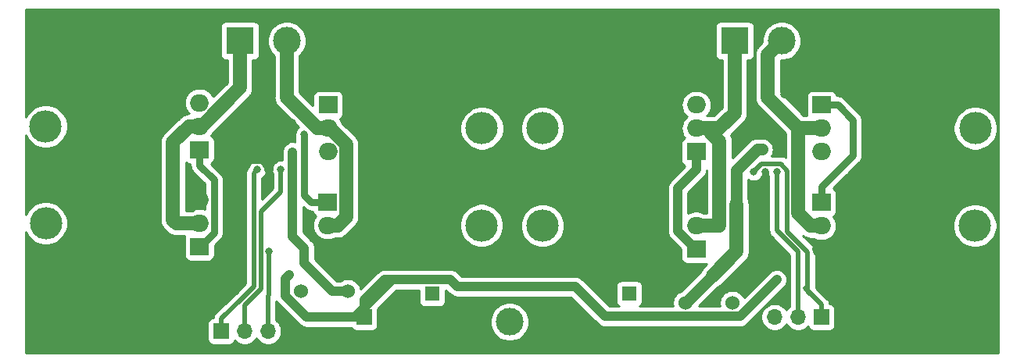
<source format=gbr>
%TF.GenerationSoftware,KiCad,Pcbnew,5.1.5+dfsg1-2build2*%
%TF.CreationDate,2021-10-16T12:52:01+01:00*%
%TF.ProjectId,motor_driver_v1,6d6f746f-725f-4647-9269-7665725f7631,rev?*%
%TF.SameCoordinates,Original*%
%TF.FileFunction,Copper,L2,Bot*%
%TF.FilePolarity,Positive*%
%FSLAX46Y46*%
G04 Gerber Fmt 4.6, Leading zero omitted, Abs format (unit mm)*
G04 Created by KiCad (PCBNEW 5.1.5+dfsg1-2build2) date 2021-10-16 12:52:01*
%MOMM*%
%LPD*%
G04 APERTURE LIST*
%TA.AperFunction,ComponentPad*%
%ADD10O,2.000000X1.905000*%
%TD*%
%TA.AperFunction,ComponentPad*%
%ADD11R,2.000000X1.905000*%
%TD*%
%TA.AperFunction,ComponentPad*%
%ADD12O,3.500000X3.500000*%
%TD*%
%TA.AperFunction,ComponentPad*%
%ADD13C,3.500000*%
%TD*%
%TA.AperFunction,ComponentPad*%
%ADD14C,0.800000*%
%TD*%
%TA.AperFunction,ComponentPad*%
%ADD15C,6.400000*%
%TD*%
%TA.AperFunction,ComponentPad*%
%ADD16R,1.700000X1.700000*%
%TD*%
%TA.AperFunction,ComponentPad*%
%ADD17C,1.600000*%
%TD*%
%TA.AperFunction,ComponentPad*%
%ADD18R,1.600000X1.600000*%
%TD*%
%TA.AperFunction,ComponentPad*%
%ADD19C,3.000000*%
%TD*%
%TA.AperFunction,ComponentPad*%
%ADD20R,3.000000X3.000000*%
%TD*%
%TA.AperFunction,ComponentPad*%
%ADD21O,1.700000X1.700000*%
%TD*%
%TA.AperFunction,ComponentPad*%
%ADD22C,1.524000*%
%TD*%
%TA.AperFunction,ViaPad*%
%ADD23C,0.800000*%
%TD*%
%TA.AperFunction,Conductor*%
%ADD24C,1.000000*%
%TD*%
%TA.AperFunction,Conductor*%
%ADD25C,0.500000*%
%TD*%
%TA.AperFunction,Conductor*%
%ADD26C,1.250000*%
%TD*%
%TA.AperFunction,Conductor*%
%ADD27C,1.500000*%
%TD*%
%TA.AperFunction,Conductor*%
%ADD28C,0.750000*%
%TD*%
%TA.AperFunction,Conductor*%
%ADD29C,0.250000*%
%TD*%
%TA.AperFunction,Conductor*%
%ADD30C,0.254000*%
%TD*%
G04 APERTURE END LIST*
D10*
%TO.P,Q5,3*%
%TO.N,GND*%
X64211200Y-47726600D03*
%TO.P,Q5,2*%
%TO.N,Net-(C1-Pad2)*%
X64211200Y-50266600D03*
D11*
%TO.P,Q5,1*%
%TO.N,PWM1*%
X64211200Y-52806600D03*
D12*
%TO.P,Q5,*%
%TO.N,Net-(H6-Pad1)*%
X47551200Y-50266600D03*
%TD*%
D10*
%TO.P,Q4,3*%
%TO.N,Net-(IC4-Pad3)*%
X131572000Y-42519600D03*
%TO.P,Q4,2*%
%TO.N,Net-(C2-Pad1)*%
X131572000Y-39979600D03*
D11*
%TO.P,Q4,1*%
%TO.N,PWM4*%
X131572000Y-37439600D03*
D13*
%TO.P,Q4,*%
%TO.N,Net-(H11-Pad1)*%
X148232000Y-39979600D03*
%TD*%
D14*
%TO.P,H4,1*%
%TO.N,GND*%
X50211056Y-59516944D03*
X48514000Y-58814000D03*
X46816944Y-59516944D03*
X46114000Y-61214000D03*
X46816944Y-62911056D03*
X48514000Y-63614000D03*
X50211056Y-62911056D03*
X50914000Y-61214000D03*
D15*
X48514000Y-61214000D03*
%TD*%
D14*
%TO.P,H3,1*%
%TO.N,GND*%
X50211056Y-28528944D03*
X48514000Y-27826000D03*
X46816944Y-28528944D03*
X46114000Y-30226000D03*
X46816944Y-31923056D03*
X48514000Y-32626000D03*
X50211056Y-31923056D03*
X50914000Y-30226000D03*
D15*
X48514000Y-30226000D03*
%TD*%
D14*
%TO.P,H2,1*%
%TO.N,GND*%
X149271056Y-59516944D03*
X147574000Y-58814000D03*
X145876944Y-59516944D03*
X145174000Y-61214000D03*
X145876944Y-62911056D03*
X147574000Y-63614000D03*
X149271056Y-62911056D03*
X149974000Y-61214000D03*
D15*
X147574000Y-61214000D03*
%TD*%
D14*
%TO.P,H1,1*%
%TO.N,GND*%
X149271056Y-28528944D03*
X147574000Y-27826000D03*
X145876944Y-28528944D03*
X145174000Y-30226000D03*
X145876944Y-31923056D03*
X147574000Y-32626000D03*
X149271056Y-31923056D03*
X149974000Y-30226000D03*
D15*
X147574000Y-30226000D03*
%TD*%
D16*
%TO.P,J6,1*%
%TO.N,+3V3*%
X82042000Y-60452000D03*
%TD*%
D17*
%TO.P,C5,2*%
%TO.N,GND*%
X110744000Y-62912000D03*
D18*
%TO.P,C5,1*%
%TO.N,VCC*%
X110744000Y-57912000D03*
%TD*%
D17*
%TO.P,C10,2*%
%TO.N,GND*%
X89408000Y-62912000D03*
D18*
%TO.P,C10,1*%
%TO.N,VCC*%
X89408000Y-57912000D03*
%TD*%
D10*
%TO.P,Q8,3*%
%TO.N,GND*%
X131549000Y-53086000D03*
%TO.P,Q8,2*%
%TO.N,Net-(C2-Pad1)*%
X131549000Y-50546000D03*
D11*
%TO.P,Q8,1*%
%TO.N,PWM4*%
X131549000Y-48006000D03*
D12*
%TO.P,Q8,*%
%TO.N,Net-(H12-Pad1)*%
X148209000Y-50546000D03*
%TD*%
D10*
%TO.P,Q7,3*%
%TO.N,GND*%
X118006000Y-48006000D03*
%TO.P,Q7,2*%
%TO.N,Net-(C2-Pad2)*%
X118006000Y-50546000D03*
D11*
%TO.P,Q7,1*%
%TO.N,PWM3*%
X118006000Y-53086000D03*
D12*
%TO.P,Q7,*%
%TO.N,Net-(H10-Pad1)*%
X101346000Y-50546000D03*
%TD*%
D10*
%TO.P,Q6,3*%
%TO.N,GND*%
X78079600Y-53035200D03*
%TO.P,Q6,2*%
%TO.N,Net-(C1-Pad1)*%
X78079600Y-50495200D03*
D11*
%TO.P,Q6,1*%
%TO.N,PWM2*%
X78079600Y-47955200D03*
D12*
%TO.P,Q6,*%
%TO.N,Net-(H8-Pad1)*%
X94739600Y-50495200D03*
%TD*%
D10*
%TO.P,Q3,3*%
%TO.N,Net-(IC4-Pad3)*%
X118006000Y-37439600D03*
%TO.P,Q3,2*%
%TO.N,Net-(C2-Pad2)*%
X118006000Y-39979600D03*
D11*
%TO.P,Q3,1*%
%TO.N,PWM3*%
X118006000Y-42519600D03*
D12*
%TO.P,Q3,*%
%TO.N,Net-(H9-Pad1)*%
X101346000Y-39979600D03*
%TD*%
D10*
%TO.P,Q2,3*%
%TO.N,Net-(IC2-Pad3)*%
X78130400Y-42519600D03*
%TO.P,Q2,2*%
%TO.N,Net-(C1-Pad1)*%
X78130400Y-39979600D03*
D11*
%TO.P,Q2,1*%
%TO.N,PWM2*%
X78130400Y-37439600D03*
D12*
%TO.P,Q2,*%
%TO.N,Net-(H7-Pad1)*%
X94790400Y-39979600D03*
%TD*%
D10*
%TO.P,Q1,3*%
%TO.N,Net-(IC2-Pad3)*%
X64208800Y-37211000D03*
%TO.P,Q1,2*%
%TO.N,Net-(C1-Pad2)*%
X64208800Y-39751000D03*
D11*
%TO.P,Q1,1*%
%TO.N,PWM1*%
X64208800Y-42291000D03*
D12*
%TO.P,Q1,*%
%TO.N,Net-(H5-Pad1)*%
X47548800Y-39751000D03*
%TD*%
D19*
%TO.P,J5,2*%
%TO.N,VCC*%
X97790000Y-60960000D03*
D20*
%TO.P,J5,1*%
%TO.N,GND*%
X102870000Y-60960000D03*
%TD*%
D21*
%TO.P,J4,3*%
%TO.N,I_MES2*%
X126492000Y-60452000D03*
%TO.P,J4,2*%
%TO.N,IN4*%
X129032000Y-60452000D03*
D16*
%TO.P,J4,1*%
%TO.N,IN3*%
X131572000Y-60452000D03*
%TD*%
D19*
%TO.P,J3,2*%
%TO.N,Net-(C2-Pad1)*%
X127254000Y-30480000D03*
D20*
%TO.P,J3,1*%
%TO.N,Net-(C2-Pad2)*%
X122174000Y-30480000D03*
%TD*%
D21*
%TO.P,J2,3*%
%TO.N,I_MES1*%
X71628000Y-61976000D03*
%TO.P,J2,2*%
%TO.N,IN2*%
X69088000Y-61976000D03*
D16*
%TO.P,J2,1*%
%TO.N,IN1*%
X66548000Y-61976000D03*
%TD*%
D19*
%TO.P,J1,2*%
%TO.N,Net-(C1-Pad1)*%
X73660000Y-30480000D03*
D20*
%TO.P,J1,1*%
%TO.N,Net-(C1-Pad2)*%
X68580000Y-30480000D03*
%TD*%
D22*
%TO.P,F2,2*%
%TO.N,Net-(F2-Pad2)*%
X121920000Y-58928000D03*
%TO.P,F2,1*%
%TO.N,VCC*%
X116820000Y-58928000D03*
%TD*%
%TO.P,F1,2*%
%TO.N,Net-(F1-Pad2)*%
X75164000Y-57658000D03*
%TO.P,F1,1*%
%TO.N,VCC*%
X80264000Y-57658000D03*
%TD*%
D23*
%TO.N,GND*%
X67310000Y-40005000D03*
X67945000Y-45720000D03*
X71755000Y-44450000D03*
X74295000Y-39370000D03*
X81280000Y-33655000D03*
X61595000Y-54610000D03*
X67945000Y-55245000D03*
X127508000Y-36322000D03*
X133604000Y-32766000D03*
X142240000Y-27940000D03*
X139700000Y-27940000D03*
X137160000Y-27940000D03*
X134620000Y-27940000D03*
X132080000Y-27940000D03*
X132080000Y-30480000D03*
X134620000Y-30480000D03*
X137160000Y-33020000D03*
X137160000Y-30480000D03*
X139700000Y-30480000D03*
X139700000Y-33020000D03*
X142240000Y-33020000D03*
X142240000Y-30480000D03*
X116840000Y-27940000D03*
X116840000Y-30480000D03*
X114300000Y-30480000D03*
X114300000Y-33020000D03*
X111760000Y-33020000D03*
X111760000Y-30480000D03*
X111760000Y-30480000D03*
X114300000Y-27940000D03*
X111760000Y-27940000D03*
X109220000Y-27940000D03*
X109220000Y-30480000D03*
X109220000Y-33020000D03*
X106680000Y-33020000D03*
X106680000Y-30480000D03*
X106680000Y-27940000D03*
X104140000Y-27940000D03*
X104140000Y-30480000D03*
X104140000Y-33020000D03*
X101600000Y-33020000D03*
X104140000Y-30480000D03*
X101600000Y-30480000D03*
X101600000Y-27940000D03*
X99060000Y-30480000D03*
X99060000Y-33020000D03*
X93980000Y-33020000D03*
X96520000Y-33020000D03*
X93980000Y-33020000D03*
X91440000Y-33020000D03*
X86360000Y-33020000D03*
X88900000Y-33020000D03*
X83820000Y-33020000D03*
X83820000Y-30480000D03*
X81280000Y-30480000D03*
X78740000Y-30480000D03*
X78740000Y-27940000D03*
X81280000Y-27940000D03*
X86360000Y-27940000D03*
X86360000Y-30480000D03*
X83820000Y-27940000D03*
X91440000Y-27940000D03*
X88900000Y-30480000D03*
X88900000Y-27940000D03*
X91440000Y-30480000D03*
X93980000Y-27940000D03*
X93980000Y-30480000D03*
X96520000Y-30480000D03*
X96520000Y-27940000D03*
X99060000Y-27940000D03*
X63500000Y-27940000D03*
X63500000Y-30480000D03*
X60960000Y-30480000D03*
X58420000Y-33020000D03*
X58420000Y-30480000D03*
X58420000Y-27940000D03*
X60960000Y-27940000D03*
X53340000Y-27940000D03*
X55880000Y-27940000D03*
X55880000Y-30480000D03*
X53340000Y-30480000D03*
X55880000Y-33020000D03*
X60960000Y-33020000D03*
X63500000Y-33020000D03*
X45720000Y-55880000D03*
X48260000Y-55880000D03*
X50800000Y-55880000D03*
X53340000Y-55880000D03*
X55880000Y-55880000D03*
X58420000Y-55880000D03*
X60960000Y-55880000D03*
X60960000Y-58420000D03*
X58420000Y-58420000D03*
X55880000Y-58420000D03*
X53340000Y-58420000D03*
X53340000Y-60960000D03*
X53340000Y-63500000D03*
X55880000Y-63500000D03*
X55880000Y-60960000D03*
X58420000Y-60960000D03*
X58420000Y-63500000D03*
X63500000Y-63500000D03*
X60960000Y-60960000D03*
X60960000Y-63500000D03*
X63500000Y-60960000D03*
X63500000Y-58420000D03*
X63500000Y-55880000D03*
X73660000Y-63500000D03*
X76200000Y-63500000D03*
X78740000Y-63500000D03*
X81868000Y-62912000D03*
X84408000Y-62912000D03*
X86948000Y-62912000D03*
X86360000Y-60960000D03*
X83820000Y-60960000D03*
X90891010Y-64048990D03*
X93431010Y-64048990D03*
X95971010Y-64048990D03*
X98511010Y-64048990D03*
X101051010Y-64048990D03*
X103591010Y-64048990D03*
X106131010Y-64048990D03*
X114888000Y-62912000D03*
X117428000Y-62912000D03*
X119968000Y-62912000D03*
X122508000Y-62912000D03*
X125048000Y-62912000D03*
X127588000Y-62912000D03*
X130128000Y-62912000D03*
X132668000Y-62912000D03*
X137160000Y-60960000D03*
X137160000Y-63500000D03*
X139700000Y-63500000D03*
X139700000Y-60960000D03*
X142240000Y-60960000D03*
X142240000Y-63500000D03*
X142240000Y-58420000D03*
X139700000Y-58420000D03*
X137160000Y-58420000D03*
X125476000Y-44703999D03*
%TO.N,VCC*%
X74295000Y-42545000D03*
X125130114Y-42268672D03*
%TO.N,PWM2*%
X75565000Y-40640000D03*
%TO.N,IN2*%
X73025000Y-44450000D03*
%TO.N,IN1*%
X70485000Y-44450000D03*
%TO.N,+3V3*%
X126746000Y-56388000D03*
X73914000Y-55880000D03*
%TO.N,I_MES1*%
X71716000Y-53340000D03*
%TO.N,PWM3*%
X118006000Y-42519600D03*
%TO.N,IN4*%
X126746000Y-44704000D03*
%TO.N,IN3*%
X124206000Y-44704000D03*
%TD*%
D24*
%TO.N,GND*%
X67310000Y-45085000D02*
X67945000Y-45720000D01*
X67775001Y-43349999D02*
X67310000Y-43815000D01*
X71755000Y-44091998D02*
X71013001Y-43349999D01*
X71013001Y-43349999D02*
X67775001Y-43349999D01*
X71755000Y-44450000D02*
X71755000Y-44091998D01*
X67310000Y-43815000D02*
X67310000Y-45085000D01*
X67310000Y-40005000D02*
X67310000Y-43815000D01*
X78702498Y-33655000D02*
X81280000Y-33655000D01*
X67945000Y-45720000D02*
X67945000Y-55245000D01*
D25*
X127508000Y-36322000D02*
X131064000Y-32766000D01*
X131064000Y-32766000D02*
X133604000Y-32766000D01*
D24*
%TO.N,VCC*%
X74295000Y-51689000D02*
X75565000Y-52959000D01*
X74295000Y-42545000D02*
X74295000Y-51689000D01*
X75565000Y-52959000D02*
X75565000Y-54610000D01*
X78613000Y-57658000D02*
X80264000Y-57658000D01*
X75565000Y-54610000D02*
X78613000Y-57658000D01*
D26*
X117581999Y-58166001D02*
X116820000Y-58928000D01*
X122383001Y-44498706D02*
X122383001Y-48269997D01*
X119831010Y-55916990D02*
X117581999Y-58166001D01*
X124613035Y-42268672D02*
X122383001Y-44498706D01*
X125130114Y-42268672D02*
X124613035Y-42268672D01*
D27*
X122383001Y-53364999D02*
X119831010Y-55916990D01*
X122383001Y-48269997D02*
X122383001Y-53364999D01*
D28*
%TO.N,PWM1*%
X64208800Y-43993500D02*
X64208800Y-42291000D01*
X65786210Y-51279090D02*
X65786210Y-45570910D01*
X64258700Y-52806600D02*
X65786210Y-51279090D01*
X65786210Y-45570910D02*
X64208800Y-43993500D01*
X64211200Y-52806600D02*
X64258700Y-52806600D01*
%TO.N,PWM2*%
X76329600Y-47955200D02*
X78079600Y-47955200D01*
X75565000Y-47190600D02*
X76329600Y-47955200D01*
X75565000Y-40640000D02*
X75565000Y-47190600D01*
D29*
%TO.N,IN2*%
X73025000Y-46990000D02*
X73025000Y-44450000D01*
D25*
X69088000Y-61976000D02*
X69088000Y-59155962D01*
X69088000Y-59155962D02*
X70866000Y-57377962D01*
X70866000Y-57377962D02*
X70866000Y-49022000D01*
X73025000Y-46863000D02*
X73025000Y-44450000D01*
X70866000Y-49022000D02*
X73025000Y-46863000D01*
%TO.N,IN1*%
X66548000Y-61976000D02*
X66548000Y-60626000D01*
X70085001Y-57168999D02*
X68834000Y-58420000D01*
X70485000Y-44450000D02*
X70085001Y-44849999D01*
X70085001Y-44849999D02*
X70085001Y-57168999D01*
X66548000Y-60626000D02*
X68834000Y-58420000D01*
D24*
%TO.N,+3V3*%
X122743999Y-60390001D02*
X108142001Y-60390001D01*
X126746000Y-56388000D02*
X122743999Y-60390001D01*
X104902000Y-57150000D02*
X93980000Y-57150000D01*
X108142001Y-60390001D02*
X104902000Y-57150000D01*
X92130000Y-57150000D02*
X91368000Y-56388000D01*
X93980000Y-57150000D02*
X92130000Y-57150000D01*
X91368000Y-56388000D02*
X85090000Y-56388000D01*
X73514001Y-58171763D02*
X75794238Y-60452000D01*
X73514001Y-56279999D02*
X73514001Y-58171763D01*
X73914000Y-55880000D02*
X73514001Y-56279999D01*
X81026000Y-60452000D02*
X85090000Y-56388000D01*
X80264000Y-60452000D02*
X82042000Y-60452000D01*
X75794238Y-60452000D02*
X80264000Y-60452000D01*
X80264000Y-60452000D02*
X81026000Y-60452000D01*
X84256000Y-56388000D02*
X85090000Y-56388000D01*
X82042000Y-58602000D02*
X84256000Y-56388000D01*
X82042000Y-60452000D02*
X82042000Y-58602000D01*
D25*
%TO.N,I_MES1*%
X71716000Y-53340000D02*
X71716000Y-58078000D01*
X71628000Y-58166000D02*
X71628000Y-61976000D01*
X71716000Y-58078000D02*
X71628000Y-58166000D01*
D24*
%TO.N,PWM3*%
X117958500Y-53086000D02*
X118006000Y-53086000D01*
X116006000Y-51133500D02*
X117958500Y-53086000D01*
X116006000Y-46472100D02*
X116006000Y-51133500D01*
X118006000Y-44472100D02*
X116006000Y-46472100D01*
X118006000Y-42519600D02*
X118006000Y-44472100D01*
D27*
X118006000Y-53086000D02*
X117807945Y-53086000D01*
%TO.N,PWM4*%
X131572000Y-37439600D02*
X131770055Y-37439600D01*
D28*
X131549000Y-46303500D02*
X133656500Y-44196000D01*
X131549000Y-48006000D02*
X131549000Y-46303500D01*
X133656500Y-44196000D02*
X133731000Y-44196000D01*
X133731000Y-44196000D02*
X135001000Y-42926000D01*
X133322000Y-37439600D02*
X131572000Y-37439600D01*
X135001000Y-39118600D02*
X133322000Y-37439600D01*
X135001000Y-42926000D02*
X135001000Y-39118600D01*
D25*
%TO.N,IN4*%
X126746000Y-44704000D02*
X126746000Y-51054000D01*
X129032000Y-53340000D02*
X129032000Y-60452000D01*
X126746000Y-51054000D02*
X129032000Y-53340000D01*
%TO.N,IN3*%
X129794000Y-57324000D02*
X131572000Y-59102000D01*
X130098990Y-57628990D02*
X131572000Y-59102000D01*
X127871990Y-51190028D02*
X130098990Y-53417028D01*
X127871990Y-44571988D02*
X127871990Y-51190028D01*
X131572000Y-59102000D02*
X131572000Y-60452000D01*
X130098990Y-53417028D02*
X130098990Y-57628990D01*
X127154001Y-43853999D02*
X127871990Y-44571988D01*
X125056001Y-43853999D02*
X127154001Y-43853999D01*
X124206000Y-44704000D02*
X125056001Y-43853999D01*
D27*
%TO.N,Net-(C1-Pad2)*%
X64208800Y-39751000D02*
X64406855Y-39751000D01*
X68580000Y-33480000D02*
X68580000Y-30480000D01*
X68580000Y-35577855D02*
X68580000Y-33480000D01*
X64406855Y-39751000D02*
X68580000Y-35577855D01*
X61341000Y-41496298D02*
X61341000Y-49896400D01*
X61341000Y-49896400D02*
X61711200Y-50266600D01*
X61711200Y-50266600D02*
X64211200Y-50266600D01*
X64208800Y-39751000D02*
X63086298Y-39751000D01*
X63086298Y-39751000D02*
X61341000Y-41496298D01*
%TO.N,Net-(C1-Pad1)*%
X78130400Y-39979600D02*
X77007898Y-39979600D01*
X79202102Y-50495200D02*
X78079600Y-50495200D01*
X80080410Y-49616892D02*
X79202102Y-50495200D01*
X78328455Y-39979600D02*
X80080410Y-41731555D01*
X80080410Y-41731555D02*
X80080410Y-49616892D01*
X78130400Y-39979600D02*
X78328455Y-39979600D01*
X73660000Y-32601320D02*
X73660000Y-30480000D01*
X77007898Y-39979600D02*
X73660000Y-36631702D01*
X73660000Y-36631702D02*
X73660000Y-32601320D01*
%TO.N,Net-(C2-Pad2)*%
X122174000Y-30480000D02*
X122174000Y-32385000D01*
X119128502Y-39979600D02*
X120523000Y-41374098D01*
X118006000Y-39979600D02*
X119128502Y-39979600D01*
X120506000Y-50546000D02*
X118006000Y-50546000D01*
X120523000Y-50529000D02*
X120506000Y-50546000D01*
X120523000Y-41374098D02*
X120523000Y-50529000D01*
X120506000Y-39979600D02*
X118006000Y-39979600D01*
X122174000Y-38311600D02*
X120506000Y-39979600D01*
X122174000Y-30480000D02*
X122174000Y-38311600D01*
%TO.N,Net-(C2-Pad1)*%
X129072000Y-39979600D02*
X131572000Y-39979600D01*
X125754001Y-36661601D02*
X129072000Y-39979600D01*
X125754001Y-31979999D02*
X125754001Y-36661601D01*
X127254000Y-30480000D02*
X125754001Y-31979999D01*
X129072000Y-49191502D02*
X129072000Y-42124000D01*
X130426498Y-50546000D02*
X129072000Y-49191502D01*
X131549000Y-50546000D02*
X130426498Y-50546000D01*
X129072000Y-42124000D02*
X129072000Y-39979600D01*
%TD*%
D30*
%TO.N,GND*%
G36*
X150724001Y-63975572D02*
G01*
X150724000Y-63975582D01*
X150724000Y-64364000D01*
X45364000Y-64364000D01*
X45364000Y-61126000D01*
X65059928Y-61126000D01*
X65059928Y-62826000D01*
X65072188Y-62950482D01*
X65108498Y-63070180D01*
X65167463Y-63180494D01*
X65246815Y-63277185D01*
X65343506Y-63356537D01*
X65453820Y-63415502D01*
X65573518Y-63451812D01*
X65698000Y-63464072D01*
X67398000Y-63464072D01*
X67522482Y-63451812D01*
X67642180Y-63415502D01*
X67752494Y-63356537D01*
X67849185Y-63277185D01*
X67928537Y-63180494D01*
X67987502Y-63070180D01*
X68009513Y-62997620D01*
X68141368Y-63129475D01*
X68384589Y-63291990D01*
X68654842Y-63403932D01*
X68941740Y-63461000D01*
X69234260Y-63461000D01*
X69521158Y-63403932D01*
X69791411Y-63291990D01*
X70034632Y-63129475D01*
X70241475Y-62922632D01*
X70358000Y-62748240D01*
X70474525Y-62922632D01*
X70681368Y-63129475D01*
X70924589Y-63291990D01*
X71194842Y-63403932D01*
X71481740Y-63461000D01*
X71774260Y-63461000D01*
X72061158Y-63403932D01*
X72331411Y-63291990D01*
X72574632Y-63129475D01*
X72781475Y-62922632D01*
X72943990Y-62679411D01*
X73055932Y-62409158D01*
X73113000Y-62122260D01*
X73113000Y-61829740D01*
X73055932Y-61542842D01*
X72943990Y-61272589D01*
X72781475Y-61029368D01*
X72574632Y-60822525D01*
X72513000Y-60781344D01*
X72513000Y-58706757D01*
X72565718Y-58805386D01*
X72707553Y-58978212D01*
X72750861Y-59013754D01*
X74952247Y-61215141D01*
X74987789Y-61258449D01*
X75160615Y-61400284D01*
X75260210Y-61453518D01*
X75357791Y-61505676D01*
X75571739Y-61570577D01*
X75794237Y-61592491D01*
X75849989Y-61587000D01*
X80624317Y-61587000D01*
X80661463Y-61656494D01*
X80740815Y-61753185D01*
X80837506Y-61832537D01*
X80947820Y-61891502D01*
X81067518Y-61927812D01*
X81192000Y-61940072D01*
X82892000Y-61940072D01*
X83016482Y-61927812D01*
X83136180Y-61891502D01*
X83246494Y-61832537D01*
X83343185Y-61753185D01*
X83422537Y-61656494D01*
X83481502Y-61546180D01*
X83517812Y-61426482D01*
X83530072Y-61302000D01*
X83530072Y-60749721D01*
X95655000Y-60749721D01*
X95655000Y-61170279D01*
X95737047Y-61582756D01*
X95897988Y-61971302D01*
X96131637Y-62320983D01*
X96429017Y-62618363D01*
X96778698Y-62852012D01*
X97167244Y-63012953D01*
X97579721Y-63095000D01*
X98000279Y-63095000D01*
X98412756Y-63012953D01*
X98801302Y-62852012D01*
X99150983Y-62618363D01*
X99448363Y-62320983D01*
X99682012Y-61971302D01*
X99842953Y-61582756D01*
X99925000Y-61170279D01*
X99925000Y-60749721D01*
X99842953Y-60337244D01*
X99682012Y-59948698D01*
X99448363Y-59599017D01*
X99150983Y-59301637D01*
X98801302Y-59067988D01*
X98412756Y-58907047D01*
X98000279Y-58825000D01*
X97579721Y-58825000D01*
X97167244Y-58907047D01*
X96778698Y-59067988D01*
X96429017Y-59301637D01*
X96131637Y-59599017D01*
X95897988Y-59948698D01*
X95737047Y-60337244D01*
X95655000Y-60749721D01*
X83530072Y-60749721D01*
X83530072Y-59602000D01*
X83525684Y-59557447D01*
X85560132Y-57523000D01*
X87969928Y-57523000D01*
X87969928Y-58712000D01*
X87982188Y-58836482D01*
X88018498Y-58956180D01*
X88077463Y-59066494D01*
X88156815Y-59163185D01*
X88253506Y-59242537D01*
X88363820Y-59301502D01*
X88483518Y-59337812D01*
X88608000Y-59350072D01*
X90208000Y-59350072D01*
X90332482Y-59337812D01*
X90452180Y-59301502D01*
X90562494Y-59242537D01*
X90659185Y-59163185D01*
X90738537Y-59066494D01*
X90797502Y-58956180D01*
X90833812Y-58836482D01*
X90846072Y-58712000D01*
X90846072Y-57523000D01*
X90897869Y-57523000D01*
X91288008Y-57913140D01*
X91323551Y-57956449D01*
X91471661Y-58078000D01*
X91496377Y-58098284D01*
X91693553Y-58203676D01*
X91907501Y-58268577D01*
X92130000Y-58290491D01*
X92185752Y-58285000D01*
X104431869Y-58285000D01*
X107300010Y-61153142D01*
X107335552Y-61196450D01*
X107508378Y-61338285D01*
X107705554Y-61443677D01*
X107919502Y-61508578D01*
X108086249Y-61525001D01*
X108086258Y-61525001D01*
X108142000Y-61530491D01*
X108197742Y-61525001D01*
X122688248Y-61525001D01*
X122743999Y-61530492D01*
X122799750Y-61525001D01*
X122799751Y-61525001D01*
X122966498Y-61508578D01*
X123180446Y-61443677D01*
X123377622Y-61338285D01*
X123550448Y-61196450D01*
X123585995Y-61153136D01*
X127587988Y-57151144D01*
X127694283Y-57021623D01*
X127799676Y-56824447D01*
X127864577Y-56610499D01*
X127886491Y-56388001D01*
X127864577Y-56165502D01*
X127799676Y-55951554D01*
X127694283Y-55754378D01*
X127552448Y-55581552D01*
X127379622Y-55439717D01*
X127182446Y-55334324D01*
X126968498Y-55269423D01*
X126745999Y-55247509D01*
X126523501Y-55269423D01*
X126309553Y-55334324D01*
X126112377Y-55439717D01*
X125982856Y-55546012D01*
X123188639Y-58340230D01*
X123158005Y-58266273D01*
X123005120Y-58037465D01*
X122810535Y-57842880D01*
X122581727Y-57689995D01*
X122327490Y-57584686D01*
X122057592Y-57531000D01*
X121782408Y-57531000D01*
X121512510Y-57584686D01*
X121258273Y-57689995D01*
X121029465Y-57842880D01*
X120834880Y-58037465D01*
X120681995Y-58266273D01*
X120576686Y-58520510D01*
X120523000Y-58790408D01*
X120523000Y-59065592D01*
X120560676Y-59255001D01*
X118274907Y-59255001D01*
X118516718Y-59013190D01*
X120311290Y-57218619D01*
X120363590Y-57202754D01*
X120604198Y-57074146D01*
X120762243Y-56944442D01*
X123314237Y-54392449D01*
X123367082Y-54349080D01*
X123421576Y-54282680D01*
X123540157Y-54138188D01*
X123553303Y-54113594D01*
X123668765Y-53897580D01*
X123747961Y-53636506D01*
X123768001Y-53433036D01*
X123768001Y-53433027D01*
X123774701Y-53365000D01*
X123768001Y-53296973D01*
X123768001Y-48201960D01*
X123747961Y-47998490D01*
X123668765Y-47737416D01*
X123643001Y-47689215D01*
X123643001Y-45572600D01*
X123715744Y-45621205D01*
X123904102Y-45699226D01*
X124104061Y-45739000D01*
X124307939Y-45739000D01*
X124507898Y-45699226D01*
X124696256Y-45621205D01*
X124865774Y-45507937D01*
X125009937Y-45363774D01*
X125123205Y-45194256D01*
X125201226Y-45005898D01*
X125212535Y-44949043D01*
X125422580Y-44738999D01*
X125711000Y-44738999D01*
X125711000Y-44805939D01*
X125750774Y-45005898D01*
X125828795Y-45194256D01*
X125861000Y-45242454D01*
X125861001Y-51010521D01*
X125856719Y-51054000D01*
X125873805Y-51227490D01*
X125924412Y-51394313D01*
X126006590Y-51548059D01*
X126089468Y-51649046D01*
X126089471Y-51649049D01*
X126117184Y-51682817D01*
X126150951Y-51710529D01*
X128147000Y-53706579D01*
X128147001Y-59257343D01*
X128085368Y-59298525D01*
X127878525Y-59505368D01*
X127762000Y-59679760D01*
X127645475Y-59505368D01*
X127438632Y-59298525D01*
X127195411Y-59136010D01*
X126925158Y-59024068D01*
X126638260Y-58967000D01*
X126345740Y-58967000D01*
X126058842Y-59024068D01*
X125788589Y-59136010D01*
X125545368Y-59298525D01*
X125338525Y-59505368D01*
X125176010Y-59748589D01*
X125064068Y-60018842D01*
X125007000Y-60305740D01*
X125007000Y-60598260D01*
X125064068Y-60885158D01*
X125176010Y-61155411D01*
X125338525Y-61398632D01*
X125545368Y-61605475D01*
X125788589Y-61767990D01*
X126058842Y-61879932D01*
X126345740Y-61937000D01*
X126638260Y-61937000D01*
X126925158Y-61879932D01*
X127195411Y-61767990D01*
X127438632Y-61605475D01*
X127645475Y-61398632D01*
X127762000Y-61224240D01*
X127878525Y-61398632D01*
X128085368Y-61605475D01*
X128328589Y-61767990D01*
X128598842Y-61879932D01*
X128885740Y-61937000D01*
X129178260Y-61937000D01*
X129465158Y-61879932D01*
X129735411Y-61767990D01*
X129978632Y-61605475D01*
X130110487Y-61473620D01*
X130132498Y-61546180D01*
X130191463Y-61656494D01*
X130270815Y-61753185D01*
X130367506Y-61832537D01*
X130477820Y-61891502D01*
X130597518Y-61927812D01*
X130722000Y-61940072D01*
X132422000Y-61940072D01*
X132546482Y-61927812D01*
X132666180Y-61891502D01*
X132776494Y-61832537D01*
X132873185Y-61753185D01*
X132952537Y-61656494D01*
X133011502Y-61546180D01*
X133047812Y-61426482D01*
X133060072Y-61302000D01*
X133060072Y-59602000D01*
X133047812Y-59477518D01*
X133011502Y-59357820D01*
X132952537Y-59247506D01*
X132873185Y-59150815D01*
X132776494Y-59071463D01*
X132666180Y-59012498D01*
X132546482Y-58976188D01*
X132447935Y-58966482D01*
X132444195Y-58928510D01*
X132393589Y-58761687D01*
X132311411Y-58607941D01*
X132272818Y-58560916D01*
X132228532Y-58506953D01*
X132228530Y-58506951D01*
X132200817Y-58473183D01*
X132167050Y-58445471D01*
X130983990Y-57262412D01*
X130983990Y-53460497D01*
X130988271Y-53417028D01*
X130983990Y-53373559D01*
X130983990Y-53373551D01*
X130971185Y-53243538D01*
X130947819Y-53166511D01*
X130920579Y-53076714D01*
X130838401Y-52922969D01*
X130755522Y-52821981D01*
X130755520Y-52821979D01*
X130727807Y-52788211D01*
X130694040Y-52760499D01*
X129560667Y-51627127D01*
X129653310Y-51703157D01*
X129893917Y-51831764D01*
X130154991Y-51910960D01*
X130358461Y-51931000D01*
X130358470Y-51931000D01*
X130426497Y-51937700D01*
X130494524Y-51931000D01*
X130725001Y-51931000D01*
X130891051Y-52019755D01*
X131190296Y-52110530D01*
X131423514Y-52133500D01*
X131674486Y-52133500D01*
X131907704Y-52110530D01*
X132206949Y-52019755D01*
X132482735Y-51872345D01*
X132724463Y-51673963D01*
X132922845Y-51432235D01*
X133070255Y-51156449D01*
X133161030Y-50857204D01*
X133191681Y-50546000D01*
X133168546Y-50311098D01*
X145824000Y-50311098D01*
X145824000Y-50780902D01*
X145915654Y-51241679D01*
X146095440Y-51675721D01*
X146356450Y-52066349D01*
X146688651Y-52398550D01*
X147079279Y-52659560D01*
X147513321Y-52839346D01*
X147974098Y-52931000D01*
X148443902Y-52931000D01*
X148904679Y-52839346D01*
X149338721Y-52659560D01*
X149729349Y-52398550D01*
X150061550Y-52066349D01*
X150322560Y-51675721D01*
X150502346Y-51241679D01*
X150594000Y-50780902D01*
X150594000Y-50311098D01*
X150502346Y-49850321D01*
X150322560Y-49416279D01*
X150061550Y-49025651D01*
X149729349Y-48693450D01*
X149338721Y-48432440D01*
X148904679Y-48252654D01*
X148443902Y-48161000D01*
X147974098Y-48161000D01*
X147513321Y-48252654D01*
X147079279Y-48432440D01*
X146688651Y-48693450D01*
X146356450Y-49025651D01*
X146095440Y-49416279D01*
X145915654Y-49850321D01*
X145824000Y-50311098D01*
X133168546Y-50311098D01*
X133161030Y-50234796D01*
X133070255Y-49935551D01*
X132922845Y-49659765D01*
X132819554Y-49533905D01*
X132903494Y-49489037D01*
X133000185Y-49409685D01*
X133079537Y-49312994D01*
X133138502Y-49202680D01*
X133174812Y-49082982D01*
X133187072Y-48958500D01*
X133187072Y-47053500D01*
X133174812Y-46929018D01*
X133138502Y-46809320D01*
X133079537Y-46699006D01*
X133000185Y-46602315D01*
X132903494Y-46522963D01*
X132808610Y-46472245D01*
X134179194Y-45101661D01*
X134294840Y-45039847D01*
X134448633Y-44913633D01*
X134480261Y-44875094D01*
X135680094Y-43675261D01*
X135718633Y-43643633D01*
X135844847Y-43489840D01*
X135938632Y-43314380D01*
X135996385Y-43123994D01*
X136011000Y-42975608D01*
X136011000Y-42975606D01*
X136015886Y-42926001D01*
X136011000Y-42876396D01*
X136011000Y-39744698D01*
X145847000Y-39744698D01*
X145847000Y-40214502D01*
X145938654Y-40675279D01*
X146118440Y-41109321D01*
X146379450Y-41499949D01*
X146711651Y-41832150D01*
X147102279Y-42093160D01*
X147536321Y-42272946D01*
X147997098Y-42364600D01*
X148466902Y-42364600D01*
X148927679Y-42272946D01*
X149361721Y-42093160D01*
X149752349Y-41832150D01*
X150084550Y-41499949D01*
X150345560Y-41109321D01*
X150525346Y-40675279D01*
X150617000Y-40214502D01*
X150617000Y-39744698D01*
X150525346Y-39283921D01*
X150345560Y-38849879D01*
X150084550Y-38459251D01*
X149752349Y-38127050D01*
X149361721Y-37866040D01*
X148927679Y-37686254D01*
X148466902Y-37594600D01*
X147997098Y-37594600D01*
X147536321Y-37686254D01*
X147102279Y-37866040D01*
X146711651Y-38127050D01*
X146379450Y-38459251D01*
X146118440Y-38849879D01*
X145938654Y-39283921D01*
X145847000Y-39744698D01*
X136011000Y-39744698D01*
X136011000Y-39168208D01*
X136015886Y-39118600D01*
X135996385Y-38920605D01*
X135938632Y-38730220D01*
X135919184Y-38693836D01*
X135844847Y-38554760D01*
X135718633Y-38400967D01*
X135680099Y-38369344D01*
X134071261Y-36760506D01*
X134039633Y-36721967D01*
X133885840Y-36595753D01*
X133710380Y-36501968D01*
X133519994Y-36444215D01*
X133371608Y-36429600D01*
X133322000Y-36424714D01*
X133272392Y-36429600D01*
X133204409Y-36429600D01*
X133197812Y-36362618D01*
X133161502Y-36242920D01*
X133102537Y-36132606D01*
X133023185Y-36035915D01*
X132926494Y-35956563D01*
X132816180Y-35897598D01*
X132696482Y-35861288D01*
X132572000Y-35849028D01*
X130572000Y-35849028D01*
X130447518Y-35861288D01*
X130327820Y-35897598D01*
X130217506Y-35956563D01*
X130120815Y-36035915D01*
X130041463Y-36132606D01*
X129982498Y-36242920D01*
X129946188Y-36362618D01*
X129933928Y-36487100D01*
X129933928Y-38392100D01*
X129946188Y-38516582D01*
X129969855Y-38594600D01*
X129645686Y-38594600D01*
X127139001Y-36087916D01*
X127139001Y-32615000D01*
X127464279Y-32615000D01*
X127876756Y-32532953D01*
X128265302Y-32372012D01*
X128614983Y-32138363D01*
X128912363Y-31840983D01*
X129146012Y-31491302D01*
X129306953Y-31102756D01*
X129389000Y-30690279D01*
X129389000Y-30269721D01*
X129306953Y-29857244D01*
X129146012Y-29468698D01*
X128912363Y-29119017D01*
X128614983Y-28821637D01*
X128265302Y-28587988D01*
X127876756Y-28427047D01*
X127464279Y-28345000D01*
X127043721Y-28345000D01*
X126631244Y-28427047D01*
X126242698Y-28587988D01*
X125893017Y-28821637D01*
X125595637Y-29119017D01*
X125361988Y-29468698D01*
X125201047Y-29857244D01*
X125119000Y-30269721D01*
X125119000Y-30656315D01*
X124822766Y-30952549D01*
X124769920Y-30995919D01*
X124596844Y-31206812D01*
X124572056Y-31253188D01*
X124468237Y-31447419D01*
X124416723Y-31617239D01*
X124389041Y-31708493D01*
X124369001Y-31911963D01*
X124369001Y-31911970D01*
X124362301Y-31979999D01*
X124369001Y-32048028D01*
X124369002Y-36593562D01*
X124362301Y-36661601D01*
X124389041Y-36933108D01*
X124468237Y-37194181D01*
X124596845Y-37434789D01*
X124726549Y-37592834D01*
X124726552Y-37592837D01*
X124769921Y-37645682D01*
X124822765Y-37689050D01*
X127687001Y-40553287D01*
X127687000Y-42192036D01*
X127687001Y-42192046D01*
X127687001Y-43146546D01*
X127648060Y-43114588D01*
X127494314Y-43032410D01*
X127327491Y-42981804D01*
X127197478Y-42968999D01*
X127197470Y-42968999D01*
X127154001Y-42964718D01*
X127110532Y-42968999D01*
X126184479Y-42968999D01*
X126299834Y-42753186D01*
X126371882Y-42515675D01*
X126396210Y-42268672D01*
X126371882Y-42021669D01*
X126299834Y-41784158D01*
X126182834Y-41565267D01*
X126025379Y-41373407D01*
X125833519Y-41215952D01*
X125614628Y-41098952D01*
X125377117Y-41026904D01*
X125192007Y-41008672D01*
X124674917Y-41008672D01*
X124613034Y-41002577D01*
X124551151Y-41008672D01*
X124551142Y-41008672D01*
X124366032Y-41026904D01*
X124128521Y-41098952D01*
X123909630Y-41215952D01*
X123717770Y-41373407D01*
X123678316Y-41421482D01*
X121908000Y-43191799D01*
X121908000Y-41442127D01*
X121914700Y-41374098D01*
X121908000Y-41306069D01*
X121908000Y-41306061D01*
X121887960Y-41102591D01*
X121886857Y-41098953D01*
X121808764Y-40841517D01*
X121761337Y-40752787D01*
X121737010Y-40707275D01*
X123105236Y-39339050D01*
X123158081Y-39295681D01*
X123231343Y-39206412D01*
X123331156Y-39084789D01*
X123350624Y-39048367D01*
X123459764Y-38844181D01*
X123538960Y-38583107D01*
X123559000Y-38379637D01*
X123559000Y-38379628D01*
X123565700Y-38311601D01*
X123559000Y-38243574D01*
X123559000Y-32618072D01*
X123674000Y-32618072D01*
X123798482Y-32605812D01*
X123918180Y-32569502D01*
X124028494Y-32510537D01*
X124125185Y-32431185D01*
X124204537Y-32334494D01*
X124263502Y-32224180D01*
X124299812Y-32104482D01*
X124312072Y-31980000D01*
X124312072Y-28980000D01*
X124299812Y-28855518D01*
X124263502Y-28735820D01*
X124204537Y-28625506D01*
X124125185Y-28528815D01*
X124028494Y-28449463D01*
X123918180Y-28390498D01*
X123798482Y-28354188D01*
X123674000Y-28341928D01*
X120674000Y-28341928D01*
X120549518Y-28354188D01*
X120429820Y-28390498D01*
X120319506Y-28449463D01*
X120222815Y-28528815D01*
X120143463Y-28625506D01*
X120084498Y-28735820D01*
X120048188Y-28855518D01*
X120035928Y-28980000D01*
X120035928Y-31980000D01*
X120048188Y-32104482D01*
X120084498Y-32224180D01*
X120143463Y-32334494D01*
X120222815Y-32431185D01*
X120319506Y-32510537D01*
X120429820Y-32569502D01*
X120549518Y-32605812D01*
X120674000Y-32618072D01*
X120789000Y-32618072D01*
X120789001Y-37737913D01*
X119932315Y-38594600D01*
X119196531Y-38594600D01*
X119153663Y-38590378D01*
X119181463Y-38567563D01*
X119379845Y-38325835D01*
X119527255Y-38050049D01*
X119618030Y-37750804D01*
X119648681Y-37439600D01*
X119618030Y-37128396D01*
X119527255Y-36829151D01*
X119379845Y-36553365D01*
X119181463Y-36311637D01*
X118939735Y-36113255D01*
X118663949Y-35965845D01*
X118364704Y-35875070D01*
X118131486Y-35852100D01*
X117880514Y-35852100D01*
X117647296Y-35875070D01*
X117348051Y-35965845D01*
X117072265Y-36113255D01*
X116830537Y-36311637D01*
X116632155Y-36553365D01*
X116484745Y-36829151D01*
X116393970Y-37128396D01*
X116363319Y-37439600D01*
X116393970Y-37750804D01*
X116484745Y-38050049D01*
X116632155Y-38325835D01*
X116830537Y-38567563D01*
X117003609Y-38709600D01*
X116830537Y-38851637D01*
X116632155Y-39093365D01*
X116484745Y-39369151D01*
X116393970Y-39668396D01*
X116363319Y-39979600D01*
X116393970Y-40290804D01*
X116484745Y-40590049D01*
X116632155Y-40865835D01*
X116735446Y-40991695D01*
X116651506Y-41036563D01*
X116554815Y-41115915D01*
X116475463Y-41212606D01*
X116416498Y-41322920D01*
X116380188Y-41442618D01*
X116367928Y-41567100D01*
X116367928Y-43472100D01*
X116380188Y-43596582D01*
X116416498Y-43716280D01*
X116475463Y-43826594D01*
X116554815Y-43923285D01*
X116651506Y-44002637D01*
X116761820Y-44061602D01*
X116799835Y-44073134D01*
X115242865Y-45630104D01*
X115199551Y-45665651D01*
X115057716Y-45838477D01*
X114952325Y-46035653D01*
X114952324Y-46035654D01*
X114887423Y-46249602D01*
X114865509Y-46472100D01*
X114871000Y-46527852D01*
X114871001Y-51077739D01*
X114865509Y-51133500D01*
X114887423Y-51355998D01*
X114952324Y-51569946D01*
X114994604Y-51649046D01*
X115057717Y-51767123D01*
X115199552Y-51939949D01*
X115242860Y-51975491D01*
X116367928Y-53100560D01*
X116367928Y-54038500D01*
X116380188Y-54162982D01*
X116416498Y-54282680D01*
X116475463Y-54392994D01*
X116554815Y-54489685D01*
X116651506Y-54569037D01*
X116761820Y-54628002D01*
X116881518Y-54664312D01*
X117006000Y-54676572D01*
X119006000Y-54676572D01*
X119124404Y-54664911D01*
X118803558Y-54985757D01*
X118673854Y-55143802D01*
X118545246Y-55384410D01*
X118529381Y-55436710D01*
X116734810Y-57231282D01*
X116359412Y-57606680D01*
X116158273Y-57689995D01*
X115929465Y-57842880D01*
X115734880Y-58037465D01*
X115581995Y-58266273D01*
X115476686Y-58520510D01*
X115423000Y-58790408D01*
X115423000Y-59065592D01*
X115460676Y-59255001D01*
X111875176Y-59255001D01*
X111898494Y-59242537D01*
X111995185Y-59163185D01*
X112074537Y-59066494D01*
X112133502Y-58956180D01*
X112169812Y-58836482D01*
X112182072Y-58712000D01*
X112182072Y-57112000D01*
X112169812Y-56987518D01*
X112133502Y-56867820D01*
X112074537Y-56757506D01*
X111995185Y-56660815D01*
X111898494Y-56581463D01*
X111788180Y-56522498D01*
X111668482Y-56486188D01*
X111544000Y-56473928D01*
X109944000Y-56473928D01*
X109819518Y-56486188D01*
X109699820Y-56522498D01*
X109589506Y-56581463D01*
X109492815Y-56660815D01*
X109413463Y-56757506D01*
X109354498Y-56867820D01*
X109318188Y-56987518D01*
X109305928Y-57112000D01*
X109305928Y-58712000D01*
X109318188Y-58836482D01*
X109354498Y-58956180D01*
X109413463Y-59066494D01*
X109492815Y-59163185D01*
X109589506Y-59242537D01*
X109612824Y-59255001D01*
X108612133Y-59255001D01*
X105743996Y-56386865D01*
X105708449Y-56343551D01*
X105535623Y-56201716D01*
X105338447Y-56096324D01*
X105124499Y-56031423D01*
X104957752Y-56015000D01*
X104957751Y-56015000D01*
X104902000Y-56009509D01*
X104846249Y-56015000D01*
X92600132Y-56015000D01*
X92209995Y-55624864D01*
X92174449Y-55581551D01*
X92001623Y-55439716D01*
X91804447Y-55334324D01*
X91590499Y-55269423D01*
X91423752Y-55253000D01*
X91423751Y-55253000D01*
X91368000Y-55247509D01*
X91312249Y-55253000D01*
X85145751Y-55253000D01*
X85090000Y-55247509D01*
X85034248Y-55253000D01*
X84311752Y-55253000D01*
X84256000Y-55247509D01*
X84200248Y-55253000D01*
X84033501Y-55269423D01*
X83819553Y-55334324D01*
X83622377Y-55439716D01*
X83449551Y-55581551D01*
X83414009Y-55624859D01*
X81637351Y-57401518D01*
X81607314Y-57250510D01*
X81502005Y-56996273D01*
X81349120Y-56767465D01*
X81154535Y-56572880D01*
X80925727Y-56419995D01*
X80671490Y-56314686D01*
X80401592Y-56261000D01*
X80126408Y-56261000D01*
X79856510Y-56314686D01*
X79602273Y-56419995D01*
X79448116Y-56523000D01*
X79083132Y-56523000D01*
X76700000Y-54139869D01*
X76700000Y-53014743D01*
X76705490Y-52958999D01*
X76700000Y-52903255D01*
X76700000Y-52903248D01*
X76685644Y-52757493D01*
X76683577Y-52736500D01*
X76657201Y-52649553D01*
X76618676Y-52522553D01*
X76513284Y-52325377D01*
X76371449Y-52152551D01*
X76328140Y-52117008D01*
X75430000Y-51218869D01*
X75430000Y-48483956D01*
X75580343Y-48634299D01*
X75611967Y-48672833D01*
X75765760Y-48799047D01*
X75896536Y-48868948D01*
X75941220Y-48892832D01*
X76131605Y-48950585D01*
X76329600Y-48970086D01*
X76379208Y-48965200D01*
X76447191Y-48965200D01*
X76453788Y-49032182D01*
X76490098Y-49151880D01*
X76549063Y-49262194D01*
X76628415Y-49358885D01*
X76725106Y-49438237D01*
X76809046Y-49483105D01*
X76705755Y-49608965D01*
X76558345Y-49884751D01*
X76467570Y-50183996D01*
X76436919Y-50495200D01*
X76467570Y-50806404D01*
X76558345Y-51105649D01*
X76705755Y-51381435D01*
X76904137Y-51623163D01*
X77145865Y-51821545D01*
X77421651Y-51968955D01*
X77720896Y-52059730D01*
X77954114Y-52082700D01*
X78205086Y-52082700D01*
X78438304Y-52059730D01*
X78737549Y-51968955D01*
X78903599Y-51880200D01*
X79134073Y-51880200D01*
X79202102Y-51886900D01*
X79270131Y-51880200D01*
X79270139Y-51880200D01*
X79473609Y-51860160D01*
X79734683Y-51780964D01*
X79975290Y-51652357D01*
X80186183Y-51479281D01*
X80229556Y-51426431D01*
X81011641Y-50644346D01*
X81064491Y-50600973D01*
X81237567Y-50390080D01*
X81306936Y-50260298D01*
X92354600Y-50260298D01*
X92354600Y-50730102D01*
X92446254Y-51190879D01*
X92626040Y-51624921D01*
X92887050Y-52015549D01*
X93219251Y-52347750D01*
X93609879Y-52608760D01*
X94043921Y-52788546D01*
X94504698Y-52880200D01*
X94974502Y-52880200D01*
X95435279Y-52788546D01*
X95869321Y-52608760D01*
X96259949Y-52347750D01*
X96592150Y-52015549D01*
X96853160Y-51624921D01*
X97032946Y-51190879D01*
X97124600Y-50730102D01*
X97124600Y-50311098D01*
X98961000Y-50311098D01*
X98961000Y-50780902D01*
X99052654Y-51241679D01*
X99232440Y-51675721D01*
X99493450Y-52066349D01*
X99825651Y-52398550D01*
X100216279Y-52659560D01*
X100650321Y-52839346D01*
X101111098Y-52931000D01*
X101580902Y-52931000D01*
X102041679Y-52839346D01*
X102475721Y-52659560D01*
X102866349Y-52398550D01*
X103198550Y-52066349D01*
X103459560Y-51675721D01*
X103639346Y-51241679D01*
X103731000Y-50780902D01*
X103731000Y-50311098D01*
X103639346Y-49850321D01*
X103459560Y-49416279D01*
X103198550Y-49025651D01*
X102866349Y-48693450D01*
X102475721Y-48432440D01*
X102041679Y-48252654D01*
X101580902Y-48161000D01*
X101111098Y-48161000D01*
X100650321Y-48252654D01*
X100216279Y-48432440D01*
X99825651Y-48693450D01*
X99493450Y-49025651D01*
X99232440Y-49416279D01*
X99052654Y-49850321D01*
X98961000Y-50311098D01*
X97124600Y-50311098D01*
X97124600Y-50260298D01*
X97032946Y-49799521D01*
X96853160Y-49365479D01*
X96592150Y-48974851D01*
X96259949Y-48642650D01*
X95869321Y-48381640D01*
X95435279Y-48201854D01*
X94974502Y-48110200D01*
X94504698Y-48110200D01*
X94043921Y-48201854D01*
X93609879Y-48381640D01*
X93219251Y-48642650D01*
X92887050Y-48974851D01*
X92626040Y-49365479D01*
X92446254Y-49799521D01*
X92354600Y-50260298D01*
X81306936Y-50260298D01*
X81366174Y-50149473D01*
X81445370Y-49888399D01*
X81465410Y-49684929D01*
X81465410Y-49684920D01*
X81472110Y-49616893D01*
X81465410Y-49548866D01*
X81465410Y-41799592D01*
X81472111Y-41731555D01*
X81445370Y-41460048D01*
X81366174Y-41198974D01*
X81237567Y-40958367D01*
X81107862Y-40800321D01*
X81107855Y-40800314D01*
X81064490Y-40747474D01*
X81011651Y-40704110D01*
X80052239Y-39744698D01*
X92405400Y-39744698D01*
X92405400Y-40214502D01*
X92497054Y-40675279D01*
X92676840Y-41109321D01*
X92937850Y-41499949D01*
X93270051Y-41832150D01*
X93660679Y-42093160D01*
X94094721Y-42272946D01*
X94555498Y-42364600D01*
X95025302Y-42364600D01*
X95486079Y-42272946D01*
X95920121Y-42093160D01*
X96310749Y-41832150D01*
X96642950Y-41499949D01*
X96903960Y-41109321D01*
X97083746Y-40675279D01*
X97175400Y-40214502D01*
X97175400Y-39744698D01*
X98961000Y-39744698D01*
X98961000Y-40214502D01*
X99052654Y-40675279D01*
X99232440Y-41109321D01*
X99493450Y-41499949D01*
X99825651Y-41832150D01*
X100216279Y-42093160D01*
X100650321Y-42272946D01*
X101111098Y-42364600D01*
X101580902Y-42364600D01*
X102041679Y-42272946D01*
X102475721Y-42093160D01*
X102866349Y-41832150D01*
X103198550Y-41499949D01*
X103459560Y-41109321D01*
X103639346Y-40675279D01*
X103731000Y-40214502D01*
X103731000Y-39744698D01*
X103639346Y-39283921D01*
X103459560Y-38849879D01*
X103198550Y-38459251D01*
X102866349Y-38127050D01*
X102475721Y-37866040D01*
X102041679Y-37686254D01*
X101580902Y-37594600D01*
X101111098Y-37594600D01*
X100650321Y-37686254D01*
X100216279Y-37866040D01*
X99825651Y-38127050D01*
X99493450Y-38459251D01*
X99232440Y-38849879D01*
X99052654Y-39283921D01*
X98961000Y-39744698D01*
X97175400Y-39744698D01*
X97083746Y-39283921D01*
X96903960Y-38849879D01*
X96642950Y-38459251D01*
X96310749Y-38127050D01*
X95920121Y-37866040D01*
X95486079Y-37686254D01*
X95025302Y-37594600D01*
X94555498Y-37594600D01*
X94094721Y-37686254D01*
X93660679Y-37866040D01*
X93270051Y-38127050D01*
X92937850Y-38459251D01*
X92676840Y-38849879D01*
X92497054Y-39283921D01*
X92405400Y-39744698D01*
X80052239Y-39744698D01*
X79622907Y-39315367D01*
X79504245Y-39093365D01*
X79400954Y-38967505D01*
X79484894Y-38922637D01*
X79581585Y-38843285D01*
X79660937Y-38746594D01*
X79719902Y-38636280D01*
X79756212Y-38516582D01*
X79768472Y-38392100D01*
X79768472Y-36487100D01*
X79756212Y-36362618D01*
X79719902Y-36242920D01*
X79660937Y-36132606D01*
X79581585Y-36035915D01*
X79484894Y-35956563D01*
X79374580Y-35897598D01*
X79254882Y-35861288D01*
X79130400Y-35849028D01*
X77130400Y-35849028D01*
X77005918Y-35861288D01*
X76886220Y-35897598D01*
X76775906Y-35956563D01*
X76679215Y-36035915D01*
X76599863Y-36132606D01*
X76540898Y-36242920D01*
X76504588Y-36362618D01*
X76492328Y-36487100D01*
X76492328Y-37505344D01*
X75045000Y-36058017D01*
X75045000Y-32114346D01*
X75318363Y-31840983D01*
X75552012Y-31491302D01*
X75712953Y-31102756D01*
X75795000Y-30690279D01*
X75795000Y-30269721D01*
X75712953Y-29857244D01*
X75552012Y-29468698D01*
X75318363Y-29119017D01*
X75020983Y-28821637D01*
X74671302Y-28587988D01*
X74282756Y-28427047D01*
X73870279Y-28345000D01*
X73449721Y-28345000D01*
X73037244Y-28427047D01*
X72648698Y-28587988D01*
X72299017Y-28821637D01*
X72001637Y-29119017D01*
X71767988Y-29468698D01*
X71607047Y-29857244D01*
X71525000Y-30269721D01*
X71525000Y-30690279D01*
X71607047Y-31102756D01*
X71767988Y-31491302D01*
X72001637Y-31840983D01*
X72275000Y-32114346D01*
X72275000Y-32669356D01*
X72275001Y-32669366D01*
X72275000Y-36563673D01*
X72268300Y-36631702D01*
X72275000Y-36699731D01*
X72275000Y-36699738D01*
X72287746Y-36829151D01*
X72295040Y-36903209D01*
X72308215Y-36946641D01*
X72374236Y-37164282D01*
X72482057Y-37366000D01*
X72502844Y-37404890D01*
X72612424Y-37538413D01*
X72675919Y-37615782D01*
X72728765Y-37659152D01*
X74905495Y-39835883D01*
X74905226Y-39836063D01*
X74761063Y-39980226D01*
X74647795Y-40149744D01*
X74569774Y-40338102D01*
X74530000Y-40538061D01*
X74530000Y-40741939D01*
X74555000Y-40867624D01*
X74555000Y-41437799D01*
X74517498Y-41426423D01*
X74295000Y-41404509D01*
X74072501Y-41426423D01*
X73858553Y-41491324D01*
X73661377Y-41596716D01*
X73488551Y-41738551D01*
X73346716Y-41911377D01*
X73241324Y-42108554D01*
X73176423Y-42322502D01*
X73160000Y-42489249D01*
X73160000Y-43421576D01*
X73126939Y-43415000D01*
X72923061Y-43415000D01*
X72723102Y-43454774D01*
X72534744Y-43532795D01*
X72365226Y-43646063D01*
X72221063Y-43790226D01*
X72107795Y-43959744D01*
X72029774Y-44148102D01*
X71990000Y-44348061D01*
X71990000Y-44551939D01*
X72029774Y-44751898D01*
X72107795Y-44940256D01*
X72140001Y-44988455D01*
X72140000Y-46496421D01*
X70970001Y-47666421D01*
X70970001Y-45369382D01*
X70975256Y-45367205D01*
X71144774Y-45253937D01*
X71288937Y-45109774D01*
X71402205Y-44940256D01*
X71480226Y-44751898D01*
X71520000Y-44551939D01*
X71520000Y-44348061D01*
X71480226Y-44148102D01*
X71402205Y-43959744D01*
X71288937Y-43790226D01*
X71144774Y-43646063D01*
X70975256Y-43532795D01*
X70786898Y-43454774D01*
X70586939Y-43415000D01*
X70383061Y-43415000D01*
X70183102Y-43454774D01*
X69994744Y-43532795D01*
X69825226Y-43646063D01*
X69681063Y-43790226D01*
X69567795Y-43959744D01*
X69489774Y-44148102D01*
X69478955Y-44202494D01*
X69456184Y-44221182D01*
X69345590Y-44355941D01*
X69263412Y-44509687D01*
X69244513Y-44571988D01*
X69213086Y-44675588D01*
X69212806Y-44676510D01*
X69200001Y-44806523D01*
X69200001Y-44806530D01*
X69195720Y-44849999D01*
X69200001Y-44893468D01*
X69200002Y-56802419D01*
X68213789Y-57788633D01*
X65959057Y-59964459D01*
X65919184Y-59997183D01*
X65868900Y-60058454D01*
X65817504Y-60118853D01*
X65813631Y-60125799D01*
X65808590Y-60131941D01*
X65771224Y-60201849D01*
X65732602Y-60271111D01*
X65730159Y-60278677D01*
X65726412Y-60285687D01*
X65703403Y-60361537D01*
X65679033Y-60437007D01*
X65678113Y-60444906D01*
X65675806Y-60452510D01*
X65672066Y-60490482D01*
X65573518Y-60500188D01*
X65453820Y-60536498D01*
X65343506Y-60595463D01*
X65246815Y-60674815D01*
X65167463Y-60771506D01*
X65108498Y-60881820D01*
X65072188Y-61001518D01*
X65059928Y-61126000D01*
X45364000Y-61126000D01*
X45364000Y-51218538D01*
X45437640Y-51396321D01*
X45698650Y-51786949D01*
X46030851Y-52119150D01*
X46421479Y-52380160D01*
X46855521Y-52559946D01*
X47316298Y-52651600D01*
X47786102Y-52651600D01*
X48246879Y-52559946D01*
X48680921Y-52380160D01*
X49071549Y-52119150D01*
X49403750Y-51786949D01*
X49664760Y-51396321D01*
X49844546Y-50962279D01*
X49936200Y-50501502D01*
X49936200Y-50031698D01*
X49844546Y-49570921D01*
X49664760Y-49136879D01*
X49403750Y-48746251D01*
X49071549Y-48414050D01*
X48680921Y-48153040D01*
X48246879Y-47973254D01*
X47786102Y-47881600D01*
X47316298Y-47881600D01*
X46855521Y-47973254D01*
X46421479Y-48153040D01*
X46030851Y-48414050D01*
X45698650Y-48746251D01*
X45437640Y-49136879D01*
X45364000Y-49314662D01*
X45364000Y-40708732D01*
X45435240Y-40880721D01*
X45696250Y-41271349D01*
X46028451Y-41603550D01*
X46419079Y-41864560D01*
X46853121Y-42044346D01*
X47313898Y-42136000D01*
X47783702Y-42136000D01*
X48244479Y-42044346D01*
X48678521Y-41864560D01*
X49069149Y-41603550D01*
X49176401Y-41496298D01*
X59949300Y-41496298D01*
X59956000Y-41564327D01*
X59956001Y-49828361D01*
X59949300Y-49896400D01*
X59976040Y-50167907D01*
X60055236Y-50428980D01*
X60183844Y-50669588D01*
X60313548Y-50827633D01*
X60313551Y-50827636D01*
X60356920Y-50880481D01*
X60409765Y-50923850D01*
X60683746Y-51197831D01*
X60727119Y-51250681D01*
X60938012Y-51423757D01*
X61178619Y-51552364D01*
X61439693Y-51631560D01*
X61643163Y-51651600D01*
X61643171Y-51651600D01*
X61711200Y-51658300D01*
X61779229Y-51651600D01*
X62609055Y-51651600D01*
X62585388Y-51729618D01*
X62573128Y-51854100D01*
X62573128Y-53759100D01*
X62585388Y-53883582D01*
X62621698Y-54003280D01*
X62680663Y-54113594D01*
X62760015Y-54210285D01*
X62856706Y-54289637D01*
X62967020Y-54348602D01*
X63086718Y-54384912D01*
X63211200Y-54397172D01*
X65211200Y-54397172D01*
X65335682Y-54384912D01*
X65455380Y-54348602D01*
X65565694Y-54289637D01*
X65662385Y-54210285D01*
X65741737Y-54113594D01*
X65800702Y-54003280D01*
X65837012Y-53883582D01*
X65849272Y-53759100D01*
X65849272Y-52644383D01*
X66465304Y-52028351D01*
X66503843Y-51996723D01*
X66630057Y-51842930D01*
X66723842Y-51667470D01*
X66781595Y-51477084D01*
X66796210Y-51328698D01*
X66796210Y-51328696D01*
X66801096Y-51279091D01*
X66796210Y-51229486D01*
X66796210Y-45620518D01*
X66801096Y-45570910D01*
X66781595Y-45372915D01*
X66723842Y-45182530D01*
X66630057Y-45007070D01*
X66503843Y-44853277D01*
X66465309Y-44821654D01*
X65468410Y-43824754D01*
X65563294Y-43774037D01*
X65659985Y-43694685D01*
X65739337Y-43597994D01*
X65798302Y-43487680D01*
X65834612Y-43367982D01*
X65846872Y-43243500D01*
X65846872Y-41338500D01*
X65834612Y-41214018D01*
X65798302Y-41094320D01*
X65739337Y-40984006D01*
X65659985Y-40887315D01*
X65563294Y-40807963D01*
X65479354Y-40763095D01*
X65582645Y-40637235D01*
X65701307Y-40415233D01*
X69511241Y-36605300D01*
X69564080Y-36561936D01*
X69607445Y-36509096D01*
X69607452Y-36509089D01*
X69720172Y-36371739D01*
X69737157Y-36351043D01*
X69865764Y-36110436D01*
X69944960Y-35849362D01*
X69965000Y-35645892D01*
X69965000Y-35645883D01*
X69971700Y-35577856D01*
X69965000Y-35509829D01*
X69965000Y-32618072D01*
X70080000Y-32618072D01*
X70204482Y-32605812D01*
X70324180Y-32569502D01*
X70434494Y-32510537D01*
X70531185Y-32431185D01*
X70610537Y-32334494D01*
X70669502Y-32224180D01*
X70705812Y-32104482D01*
X70718072Y-31980000D01*
X70718072Y-28980000D01*
X70705812Y-28855518D01*
X70669502Y-28735820D01*
X70610537Y-28625506D01*
X70531185Y-28528815D01*
X70434494Y-28449463D01*
X70324180Y-28390498D01*
X70204482Y-28354188D01*
X70080000Y-28341928D01*
X67080000Y-28341928D01*
X66955518Y-28354188D01*
X66835820Y-28390498D01*
X66725506Y-28449463D01*
X66628815Y-28528815D01*
X66549463Y-28625506D01*
X66490498Y-28735820D01*
X66454188Y-28855518D01*
X66441928Y-28980000D01*
X66441928Y-31980000D01*
X66454188Y-32104482D01*
X66490498Y-32224180D01*
X66549463Y-32334494D01*
X66628815Y-32431185D01*
X66725506Y-32510537D01*
X66835820Y-32569502D01*
X66955518Y-32605812D01*
X67080000Y-32618072D01*
X67195000Y-32618072D01*
X67195000Y-33548036D01*
X67195001Y-33548046D01*
X67195000Y-35004169D01*
X65684272Y-36514897D01*
X65582645Y-36324765D01*
X65384263Y-36083037D01*
X65142535Y-35884655D01*
X64866749Y-35737245D01*
X64567504Y-35646470D01*
X64334286Y-35623500D01*
X64083314Y-35623500D01*
X63850096Y-35646470D01*
X63550851Y-35737245D01*
X63275065Y-35884655D01*
X63033337Y-36083037D01*
X62834955Y-36324765D01*
X62687545Y-36600551D01*
X62596770Y-36899796D01*
X62566119Y-37211000D01*
X62596770Y-37522204D01*
X62687545Y-37821449D01*
X62834955Y-38097235D01*
X63033337Y-38338963D01*
X63061137Y-38361778D01*
X63018270Y-38366000D01*
X63018261Y-38366000D01*
X62814791Y-38386040D01*
X62553717Y-38465236D01*
X62313110Y-38593843D01*
X62313108Y-38593844D01*
X62313109Y-38593844D01*
X62155064Y-38723548D01*
X62155062Y-38723550D01*
X62102217Y-38766919D01*
X62058848Y-38819764D01*
X60409765Y-40468848D01*
X60356919Y-40512218D01*
X60313550Y-40565063D01*
X60313548Y-40565065D01*
X60292763Y-40590392D01*
X60183843Y-40723111D01*
X60084934Y-40908157D01*
X60055236Y-40963718D01*
X59978722Y-41215952D01*
X59976040Y-41224792D01*
X59956000Y-41428262D01*
X59956000Y-41428269D01*
X59949300Y-41496298D01*
X49176401Y-41496298D01*
X49401350Y-41271349D01*
X49662360Y-40880721D01*
X49842146Y-40446679D01*
X49933800Y-39985902D01*
X49933800Y-39516098D01*
X49842146Y-39055321D01*
X49662360Y-38621279D01*
X49401350Y-38230651D01*
X49069149Y-37898450D01*
X48678521Y-37637440D01*
X48244479Y-37457654D01*
X47783702Y-37366000D01*
X47313898Y-37366000D01*
X46853121Y-37457654D01*
X46419079Y-37637440D01*
X46028451Y-37898450D01*
X45696250Y-38230651D01*
X45435240Y-38621279D01*
X45364000Y-38793268D01*
X45364000Y-27076000D01*
X150724000Y-27076000D01*
X150724001Y-63975572D01*
G37*
X150724001Y-63975572D02*
X150724000Y-63975582D01*
X150724000Y-64364000D01*
X45364000Y-64364000D01*
X45364000Y-61126000D01*
X65059928Y-61126000D01*
X65059928Y-62826000D01*
X65072188Y-62950482D01*
X65108498Y-63070180D01*
X65167463Y-63180494D01*
X65246815Y-63277185D01*
X65343506Y-63356537D01*
X65453820Y-63415502D01*
X65573518Y-63451812D01*
X65698000Y-63464072D01*
X67398000Y-63464072D01*
X67522482Y-63451812D01*
X67642180Y-63415502D01*
X67752494Y-63356537D01*
X67849185Y-63277185D01*
X67928537Y-63180494D01*
X67987502Y-63070180D01*
X68009513Y-62997620D01*
X68141368Y-63129475D01*
X68384589Y-63291990D01*
X68654842Y-63403932D01*
X68941740Y-63461000D01*
X69234260Y-63461000D01*
X69521158Y-63403932D01*
X69791411Y-63291990D01*
X70034632Y-63129475D01*
X70241475Y-62922632D01*
X70358000Y-62748240D01*
X70474525Y-62922632D01*
X70681368Y-63129475D01*
X70924589Y-63291990D01*
X71194842Y-63403932D01*
X71481740Y-63461000D01*
X71774260Y-63461000D01*
X72061158Y-63403932D01*
X72331411Y-63291990D01*
X72574632Y-63129475D01*
X72781475Y-62922632D01*
X72943990Y-62679411D01*
X73055932Y-62409158D01*
X73113000Y-62122260D01*
X73113000Y-61829740D01*
X73055932Y-61542842D01*
X72943990Y-61272589D01*
X72781475Y-61029368D01*
X72574632Y-60822525D01*
X72513000Y-60781344D01*
X72513000Y-58706757D01*
X72565718Y-58805386D01*
X72707553Y-58978212D01*
X72750861Y-59013754D01*
X74952247Y-61215141D01*
X74987789Y-61258449D01*
X75160615Y-61400284D01*
X75260210Y-61453518D01*
X75357791Y-61505676D01*
X75571739Y-61570577D01*
X75794237Y-61592491D01*
X75849989Y-61587000D01*
X80624317Y-61587000D01*
X80661463Y-61656494D01*
X80740815Y-61753185D01*
X80837506Y-61832537D01*
X80947820Y-61891502D01*
X81067518Y-61927812D01*
X81192000Y-61940072D01*
X82892000Y-61940072D01*
X83016482Y-61927812D01*
X83136180Y-61891502D01*
X83246494Y-61832537D01*
X83343185Y-61753185D01*
X83422537Y-61656494D01*
X83481502Y-61546180D01*
X83517812Y-61426482D01*
X83530072Y-61302000D01*
X83530072Y-60749721D01*
X95655000Y-60749721D01*
X95655000Y-61170279D01*
X95737047Y-61582756D01*
X95897988Y-61971302D01*
X96131637Y-62320983D01*
X96429017Y-62618363D01*
X96778698Y-62852012D01*
X97167244Y-63012953D01*
X97579721Y-63095000D01*
X98000279Y-63095000D01*
X98412756Y-63012953D01*
X98801302Y-62852012D01*
X99150983Y-62618363D01*
X99448363Y-62320983D01*
X99682012Y-61971302D01*
X99842953Y-61582756D01*
X99925000Y-61170279D01*
X99925000Y-60749721D01*
X99842953Y-60337244D01*
X99682012Y-59948698D01*
X99448363Y-59599017D01*
X99150983Y-59301637D01*
X98801302Y-59067988D01*
X98412756Y-58907047D01*
X98000279Y-58825000D01*
X97579721Y-58825000D01*
X97167244Y-58907047D01*
X96778698Y-59067988D01*
X96429017Y-59301637D01*
X96131637Y-59599017D01*
X95897988Y-59948698D01*
X95737047Y-60337244D01*
X95655000Y-60749721D01*
X83530072Y-60749721D01*
X83530072Y-59602000D01*
X83525684Y-59557447D01*
X85560132Y-57523000D01*
X87969928Y-57523000D01*
X87969928Y-58712000D01*
X87982188Y-58836482D01*
X88018498Y-58956180D01*
X88077463Y-59066494D01*
X88156815Y-59163185D01*
X88253506Y-59242537D01*
X88363820Y-59301502D01*
X88483518Y-59337812D01*
X88608000Y-59350072D01*
X90208000Y-59350072D01*
X90332482Y-59337812D01*
X90452180Y-59301502D01*
X90562494Y-59242537D01*
X90659185Y-59163185D01*
X90738537Y-59066494D01*
X90797502Y-58956180D01*
X90833812Y-58836482D01*
X90846072Y-58712000D01*
X90846072Y-57523000D01*
X90897869Y-57523000D01*
X91288008Y-57913140D01*
X91323551Y-57956449D01*
X91471661Y-58078000D01*
X91496377Y-58098284D01*
X91693553Y-58203676D01*
X91907501Y-58268577D01*
X92130000Y-58290491D01*
X92185752Y-58285000D01*
X104431869Y-58285000D01*
X107300010Y-61153142D01*
X107335552Y-61196450D01*
X107508378Y-61338285D01*
X107705554Y-61443677D01*
X107919502Y-61508578D01*
X108086249Y-61525001D01*
X108086258Y-61525001D01*
X108142000Y-61530491D01*
X108197742Y-61525001D01*
X122688248Y-61525001D01*
X122743999Y-61530492D01*
X122799750Y-61525001D01*
X122799751Y-61525001D01*
X122966498Y-61508578D01*
X123180446Y-61443677D01*
X123377622Y-61338285D01*
X123550448Y-61196450D01*
X123585995Y-61153136D01*
X127587988Y-57151144D01*
X127694283Y-57021623D01*
X127799676Y-56824447D01*
X127864577Y-56610499D01*
X127886491Y-56388001D01*
X127864577Y-56165502D01*
X127799676Y-55951554D01*
X127694283Y-55754378D01*
X127552448Y-55581552D01*
X127379622Y-55439717D01*
X127182446Y-55334324D01*
X126968498Y-55269423D01*
X126745999Y-55247509D01*
X126523501Y-55269423D01*
X126309553Y-55334324D01*
X126112377Y-55439717D01*
X125982856Y-55546012D01*
X123188639Y-58340230D01*
X123158005Y-58266273D01*
X123005120Y-58037465D01*
X122810535Y-57842880D01*
X122581727Y-57689995D01*
X122327490Y-57584686D01*
X122057592Y-57531000D01*
X121782408Y-57531000D01*
X121512510Y-57584686D01*
X121258273Y-57689995D01*
X121029465Y-57842880D01*
X120834880Y-58037465D01*
X120681995Y-58266273D01*
X120576686Y-58520510D01*
X120523000Y-58790408D01*
X120523000Y-59065592D01*
X120560676Y-59255001D01*
X118274907Y-59255001D01*
X118516718Y-59013190D01*
X120311290Y-57218619D01*
X120363590Y-57202754D01*
X120604198Y-57074146D01*
X120762243Y-56944442D01*
X123314237Y-54392449D01*
X123367082Y-54349080D01*
X123421576Y-54282680D01*
X123540157Y-54138188D01*
X123553303Y-54113594D01*
X123668765Y-53897580D01*
X123747961Y-53636506D01*
X123768001Y-53433036D01*
X123768001Y-53433027D01*
X123774701Y-53365000D01*
X123768001Y-53296973D01*
X123768001Y-48201960D01*
X123747961Y-47998490D01*
X123668765Y-47737416D01*
X123643001Y-47689215D01*
X123643001Y-45572600D01*
X123715744Y-45621205D01*
X123904102Y-45699226D01*
X124104061Y-45739000D01*
X124307939Y-45739000D01*
X124507898Y-45699226D01*
X124696256Y-45621205D01*
X124865774Y-45507937D01*
X125009937Y-45363774D01*
X125123205Y-45194256D01*
X125201226Y-45005898D01*
X125212535Y-44949043D01*
X125422580Y-44738999D01*
X125711000Y-44738999D01*
X125711000Y-44805939D01*
X125750774Y-45005898D01*
X125828795Y-45194256D01*
X125861000Y-45242454D01*
X125861001Y-51010521D01*
X125856719Y-51054000D01*
X125873805Y-51227490D01*
X125924412Y-51394313D01*
X126006590Y-51548059D01*
X126089468Y-51649046D01*
X126089471Y-51649049D01*
X126117184Y-51682817D01*
X126150951Y-51710529D01*
X128147000Y-53706579D01*
X128147001Y-59257343D01*
X128085368Y-59298525D01*
X127878525Y-59505368D01*
X127762000Y-59679760D01*
X127645475Y-59505368D01*
X127438632Y-59298525D01*
X127195411Y-59136010D01*
X126925158Y-59024068D01*
X126638260Y-58967000D01*
X126345740Y-58967000D01*
X126058842Y-59024068D01*
X125788589Y-59136010D01*
X125545368Y-59298525D01*
X125338525Y-59505368D01*
X125176010Y-59748589D01*
X125064068Y-60018842D01*
X125007000Y-60305740D01*
X125007000Y-60598260D01*
X125064068Y-60885158D01*
X125176010Y-61155411D01*
X125338525Y-61398632D01*
X125545368Y-61605475D01*
X125788589Y-61767990D01*
X126058842Y-61879932D01*
X126345740Y-61937000D01*
X126638260Y-61937000D01*
X126925158Y-61879932D01*
X127195411Y-61767990D01*
X127438632Y-61605475D01*
X127645475Y-61398632D01*
X127762000Y-61224240D01*
X127878525Y-61398632D01*
X128085368Y-61605475D01*
X128328589Y-61767990D01*
X128598842Y-61879932D01*
X128885740Y-61937000D01*
X129178260Y-61937000D01*
X129465158Y-61879932D01*
X129735411Y-61767990D01*
X129978632Y-61605475D01*
X130110487Y-61473620D01*
X130132498Y-61546180D01*
X130191463Y-61656494D01*
X130270815Y-61753185D01*
X130367506Y-61832537D01*
X130477820Y-61891502D01*
X130597518Y-61927812D01*
X130722000Y-61940072D01*
X132422000Y-61940072D01*
X132546482Y-61927812D01*
X132666180Y-61891502D01*
X132776494Y-61832537D01*
X132873185Y-61753185D01*
X132952537Y-61656494D01*
X133011502Y-61546180D01*
X133047812Y-61426482D01*
X133060072Y-61302000D01*
X133060072Y-59602000D01*
X133047812Y-59477518D01*
X133011502Y-59357820D01*
X132952537Y-59247506D01*
X132873185Y-59150815D01*
X132776494Y-59071463D01*
X132666180Y-59012498D01*
X132546482Y-58976188D01*
X132447935Y-58966482D01*
X132444195Y-58928510D01*
X132393589Y-58761687D01*
X132311411Y-58607941D01*
X132272818Y-58560916D01*
X132228532Y-58506953D01*
X132228530Y-58506951D01*
X132200817Y-58473183D01*
X132167050Y-58445471D01*
X130983990Y-57262412D01*
X130983990Y-53460497D01*
X130988271Y-53417028D01*
X130983990Y-53373559D01*
X130983990Y-53373551D01*
X130971185Y-53243538D01*
X130947819Y-53166511D01*
X130920579Y-53076714D01*
X130838401Y-52922969D01*
X130755522Y-52821981D01*
X130755520Y-52821979D01*
X130727807Y-52788211D01*
X130694040Y-52760499D01*
X129560667Y-51627127D01*
X129653310Y-51703157D01*
X129893917Y-51831764D01*
X130154991Y-51910960D01*
X130358461Y-51931000D01*
X130358470Y-51931000D01*
X130426497Y-51937700D01*
X130494524Y-51931000D01*
X130725001Y-51931000D01*
X130891051Y-52019755D01*
X131190296Y-52110530D01*
X131423514Y-52133500D01*
X131674486Y-52133500D01*
X131907704Y-52110530D01*
X132206949Y-52019755D01*
X132482735Y-51872345D01*
X132724463Y-51673963D01*
X132922845Y-51432235D01*
X133070255Y-51156449D01*
X133161030Y-50857204D01*
X133191681Y-50546000D01*
X133168546Y-50311098D01*
X145824000Y-50311098D01*
X145824000Y-50780902D01*
X145915654Y-51241679D01*
X146095440Y-51675721D01*
X146356450Y-52066349D01*
X146688651Y-52398550D01*
X147079279Y-52659560D01*
X147513321Y-52839346D01*
X147974098Y-52931000D01*
X148443902Y-52931000D01*
X148904679Y-52839346D01*
X149338721Y-52659560D01*
X149729349Y-52398550D01*
X150061550Y-52066349D01*
X150322560Y-51675721D01*
X150502346Y-51241679D01*
X150594000Y-50780902D01*
X150594000Y-50311098D01*
X150502346Y-49850321D01*
X150322560Y-49416279D01*
X150061550Y-49025651D01*
X149729349Y-48693450D01*
X149338721Y-48432440D01*
X148904679Y-48252654D01*
X148443902Y-48161000D01*
X147974098Y-48161000D01*
X147513321Y-48252654D01*
X147079279Y-48432440D01*
X146688651Y-48693450D01*
X146356450Y-49025651D01*
X146095440Y-49416279D01*
X145915654Y-49850321D01*
X145824000Y-50311098D01*
X133168546Y-50311098D01*
X133161030Y-50234796D01*
X133070255Y-49935551D01*
X132922845Y-49659765D01*
X132819554Y-49533905D01*
X132903494Y-49489037D01*
X133000185Y-49409685D01*
X133079537Y-49312994D01*
X133138502Y-49202680D01*
X133174812Y-49082982D01*
X133187072Y-48958500D01*
X133187072Y-47053500D01*
X133174812Y-46929018D01*
X133138502Y-46809320D01*
X133079537Y-46699006D01*
X133000185Y-46602315D01*
X132903494Y-46522963D01*
X132808610Y-46472245D01*
X134179194Y-45101661D01*
X134294840Y-45039847D01*
X134448633Y-44913633D01*
X134480261Y-44875094D01*
X135680094Y-43675261D01*
X135718633Y-43643633D01*
X135844847Y-43489840D01*
X135938632Y-43314380D01*
X135996385Y-43123994D01*
X136011000Y-42975608D01*
X136011000Y-42975606D01*
X136015886Y-42926001D01*
X136011000Y-42876396D01*
X136011000Y-39744698D01*
X145847000Y-39744698D01*
X145847000Y-40214502D01*
X145938654Y-40675279D01*
X146118440Y-41109321D01*
X146379450Y-41499949D01*
X146711651Y-41832150D01*
X147102279Y-42093160D01*
X147536321Y-42272946D01*
X147997098Y-42364600D01*
X148466902Y-42364600D01*
X148927679Y-42272946D01*
X149361721Y-42093160D01*
X149752349Y-41832150D01*
X150084550Y-41499949D01*
X150345560Y-41109321D01*
X150525346Y-40675279D01*
X150617000Y-40214502D01*
X150617000Y-39744698D01*
X150525346Y-39283921D01*
X150345560Y-38849879D01*
X150084550Y-38459251D01*
X149752349Y-38127050D01*
X149361721Y-37866040D01*
X148927679Y-37686254D01*
X148466902Y-37594600D01*
X147997098Y-37594600D01*
X147536321Y-37686254D01*
X147102279Y-37866040D01*
X146711651Y-38127050D01*
X146379450Y-38459251D01*
X146118440Y-38849879D01*
X145938654Y-39283921D01*
X145847000Y-39744698D01*
X136011000Y-39744698D01*
X136011000Y-39168208D01*
X136015886Y-39118600D01*
X135996385Y-38920605D01*
X135938632Y-38730220D01*
X135919184Y-38693836D01*
X135844847Y-38554760D01*
X135718633Y-38400967D01*
X135680099Y-38369344D01*
X134071261Y-36760506D01*
X134039633Y-36721967D01*
X133885840Y-36595753D01*
X133710380Y-36501968D01*
X133519994Y-36444215D01*
X133371608Y-36429600D01*
X133322000Y-36424714D01*
X133272392Y-36429600D01*
X133204409Y-36429600D01*
X133197812Y-36362618D01*
X133161502Y-36242920D01*
X133102537Y-36132606D01*
X133023185Y-36035915D01*
X132926494Y-35956563D01*
X132816180Y-35897598D01*
X132696482Y-35861288D01*
X132572000Y-35849028D01*
X130572000Y-35849028D01*
X130447518Y-35861288D01*
X130327820Y-35897598D01*
X130217506Y-35956563D01*
X130120815Y-36035915D01*
X130041463Y-36132606D01*
X129982498Y-36242920D01*
X129946188Y-36362618D01*
X129933928Y-36487100D01*
X129933928Y-38392100D01*
X129946188Y-38516582D01*
X129969855Y-38594600D01*
X129645686Y-38594600D01*
X127139001Y-36087916D01*
X127139001Y-32615000D01*
X127464279Y-32615000D01*
X127876756Y-32532953D01*
X128265302Y-32372012D01*
X128614983Y-32138363D01*
X128912363Y-31840983D01*
X129146012Y-31491302D01*
X129306953Y-31102756D01*
X129389000Y-30690279D01*
X129389000Y-30269721D01*
X129306953Y-29857244D01*
X129146012Y-29468698D01*
X128912363Y-29119017D01*
X128614983Y-28821637D01*
X128265302Y-28587988D01*
X127876756Y-28427047D01*
X127464279Y-28345000D01*
X127043721Y-28345000D01*
X126631244Y-28427047D01*
X126242698Y-28587988D01*
X125893017Y-28821637D01*
X125595637Y-29119017D01*
X125361988Y-29468698D01*
X125201047Y-29857244D01*
X125119000Y-30269721D01*
X125119000Y-30656315D01*
X124822766Y-30952549D01*
X124769920Y-30995919D01*
X124596844Y-31206812D01*
X124572056Y-31253188D01*
X124468237Y-31447419D01*
X124416723Y-31617239D01*
X124389041Y-31708493D01*
X124369001Y-31911963D01*
X124369001Y-31911970D01*
X124362301Y-31979999D01*
X124369001Y-32048028D01*
X124369002Y-36593562D01*
X124362301Y-36661601D01*
X124389041Y-36933108D01*
X124468237Y-37194181D01*
X124596845Y-37434789D01*
X124726549Y-37592834D01*
X124726552Y-37592837D01*
X124769921Y-37645682D01*
X124822765Y-37689050D01*
X127687001Y-40553287D01*
X127687000Y-42192036D01*
X127687001Y-42192046D01*
X127687001Y-43146546D01*
X127648060Y-43114588D01*
X127494314Y-43032410D01*
X127327491Y-42981804D01*
X127197478Y-42968999D01*
X127197470Y-42968999D01*
X127154001Y-42964718D01*
X127110532Y-42968999D01*
X126184479Y-42968999D01*
X126299834Y-42753186D01*
X126371882Y-42515675D01*
X126396210Y-42268672D01*
X126371882Y-42021669D01*
X126299834Y-41784158D01*
X126182834Y-41565267D01*
X126025379Y-41373407D01*
X125833519Y-41215952D01*
X125614628Y-41098952D01*
X125377117Y-41026904D01*
X125192007Y-41008672D01*
X124674917Y-41008672D01*
X124613034Y-41002577D01*
X124551151Y-41008672D01*
X124551142Y-41008672D01*
X124366032Y-41026904D01*
X124128521Y-41098952D01*
X123909630Y-41215952D01*
X123717770Y-41373407D01*
X123678316Y-41421482D01*
X121908000Y-43191799D01*
X121908000Y-41442127D01*
X121914700Y-41374098D01*
X121908000Y-41306069D01*
X121908000Y-41306061D01*
X121887960Y-41102591D01*
X121886857Y-41098953D01*
X121808764Y-40841517D01*
X121761337Y-40752787D01*
X121737010Y-40707275D01*
X123105236Y-39339050D01*
X123158081Y-39295681D01*
X123231343Y-39206412D01*
X123331156Y-39084789D01*
X123350624Y-39048367D01*
X123459764Y-38844181D01*
X123538960Y-38583107D01*
X123559000Y-38379637D01*
X123559000Y-38379628D01*
X123565700Y-38311601D01*
X123559000Y-38243574D01*
X123559000Y-32618072D01*
X123674000Y-32618072D01*
X123798482Y-32605812D01*
X123918180Y-32569502D01*
X124028494Y-32510537D01*
X124125185Y-32431185D01*
X124204537Y-32334494D01*
X124263502Y-32224180D01*
X124299812Y-32104482D01*
X124312072Y-31980000D01*
X124312072Y-28980000D01*
X124299812Y-28855518D01*
X124263502Y-28735820D01*
X124204537Y-28625506D01*
X124125185Y-28528815D01*
X124028494Y-28449463D01*
X123918180Y-28390498D01*
X123798482Y-28354188D01*
X123674000Y-28341928D01*
X120674000Y-28341928D01*
X120549518Y-28354188D01*
X120429820Y-28390498D01*
X120319506Y-28449463D01*
X120222815Y-28528815D01*
X120143463Y-28625506D01*
X120084498Y-28735820D01*
X120048188Y-28855518D01*
X120035928Y-28980000D01*
X120035928Y-31980000D01*
X120048188Y-32104482D01*
X120084498Y-32224180D01*
X120143463Y-32334494D01*
X120222815Y-32431185D01*
X120319506Y-32510537D01*
X120429820Y-32569502D01*
X120549518Y-32605812D01*
X120674000Y-32618072D01*
X120789000Y-32618072D01*
X120789001Y-37737913D01*
X119932315Y-38594600D01*
X119196531Y-38594600D01*
X119153663Y-38590378D01*
X119181463Y-38567563D01*
X119379845Y-38325835D01*
X119527255Y-38050049D01*
X119618030Y-37750804D01*
X119648681Y-37439600D01*
X119618030Y-37128396D01*
X119527255Y-36829151D01*
X119379845Y-36553365D01*
X119181463Y-36311637D01*
X118939735Y-36113255D01*
X118663949Y-35965845D01*
X118364704Y-35875070D01*
X118131486Y-35852100D01*
X117880514Y-35852100D01*
X117647296Y-35875070D01*
X117348051Y-35965845D01*
X117072265Y-36113255D01*
X116830537Y-36311637D01*
X116632155Y-36553365D01*
X116484745Y-36829151D01*
X116393970Y-37128396D01*
X116363319Y-37439600D01*
X116393970Y-37750804D01*
X116484745Y-38050049D01*
X116632155Y-38325835D01*
X116830537Y-38567563D01*
X117003609Y-38709600D01*
X116830537Y-38851637D01*
X116632155Y-39093365D01*
X116484745Y-39369151D01*
X116393970Y-39668396D01*
X116363319Y-39979600D01*
X116393970Y-40290804D01*
X116484745Y-40590049D01*
X116632155Y-40865835D01*
X116735446Y-40991695D01*
X116651506Y-41036563D01*
X116554815Y-41115915D01*
X116475463Y-41212606D01*
X116416498Y-41322920D01*
X116380188Y-41442618D01*
X116367928Y-41567100D01*
X116367928Y-43472100D01*
X116380188Y-43596582D01*
X116416498Y-43716280D01*
X116475463Y-43826594D01*
X116554815Y-43923285D01*
X116651506Y-44002637D01*
X116761820Y-44061602D01*
X116799835Y-44073134D01*
X115242865Y-45630104D01*
X115199551Y-45665651D01*
X115057716Y-45838477D01*
X114952325Y-46035653D01*
X114952324Y-46035654D01*
X114887423Y-46249602D01*
X114865509Y-46472100D01*
X114871000Y-46527852D01*
X114871001Y-51077739D01*
X114865509Y-51133500D01*
X114887423Y-51355998D01*
X114952324Y-51569946D01*
X114994604Y-51649046D01*
X115057717Y-51767123D01*
X115199552Y-51939949D01*
X115242860Y-51975491D01*
X116367928Y-53100560D01*
X116367928Y-54038500D01*
X116380188Y-54162982D01*
X116416498Y-54282680D01*
X116475463Y-54392994D01*
X116554815Y-54489685D01*
X116651506Y-54569037D01*
X116761820Y-54628002D01*
X116881518Y-54664312D01*
X117006000Y-54676572D01*
X119006000Y-54676572D01*
X119124404Y-54664911D01*
X118803558Y-54985757D01*
X118673854Y-55143802D01*
X118545246Y-55384410D01*
X118529381Y-55436710D01*
X116734810Y-57231282D01*
X116359412Y-57606680D01*
X116158273Y-57689995D01*
X115929465Y-57842880D01*
X115734880Y-58037465D01*
X115581995Y-58266273D01*
X115476686Y-58520510D01*
X115423000Y-58790408D01*
X115423000Y-59065592D01*
X115460676Y-59255001D01*
X111875176Y-59255001D01*
X111898494Y-59242537D01*
X111995185Y-59163185D01*
X112074537Y-59066494D01*
X112133502Y-58956180D01*
X112169812Y-58836482D01*
X112182072Y-58712000D01*
X112182072Y-57112000D01*
X112169812Y-56987518D01*
X112133502Y-56867820D01*
X112074537Y-56757506D01*
X111995185Y-56660815D01*
X111898494Y-56581463D01*
X111788180Y-56522498D01*
X111668482Y-56486188D01*
X111544000Y-56473928D01*
X109944000Y-56473928D01*
X109819518Y-56486188D01*
X109699820Y-56522498D01*
X109589506Y-56581463D01*
X109492815Y-56660815D01*
X109413463Y-56757506D01*
X109354498Y-56867820D01*
X109318188Y-56987518D01*
X109305928Y-57112000D01*
X109305928Y-58712000D01*
X109318188Y-58836482D01*
X109354498Y-58956180D01*
X109413463Y-59066494D01*
X109492815Y-59163185D01*
X109589506Y-59242537D01*
X109612824Y-59255001D01*
X108612133Y-59255001D01*
X105743996Y-56386865D01*
X105708449Y-56343551D01*
X105535623Y-56201716D01*
X105338447Y-56096324D01*
X105124499Y-56031423D01*
X104957752Y-56015000D01*
X104957751Y-56015000D01*
X104902000Y-56009509D01*
X104846249Y-56015000D01*
X92600132Y-56015000D01*
X92209995Y-55624864D01*
X92174449Y-55581551D01*
X92001623Y-55439716D01*
X91804447Y-55334324D01*
X91590499Y-55269423D01*
X91423752Y-55253000D01*
X91423751Y-55253000D01*
X91368000Y-55247509D01*
X91312249Y-55253000D01*
X85145751Y-55253000D01*
X85090000Y-55247509D01*
X85034248Y-55253000D01*
X84311752Y-55253000D01*
X84256000Y-55247509D01*
X84200248Y-55253000D01*
X84033501Y-55269423D01*
X83819553Y-55334324D01*
X83622377Y-55439716D01*
X83449551Y-55581551D01*
X83414009Y-55624859D01*
X81637351Y-57401518D01*
X81607314Y-57250510D01*
X81502005Y-56996273D01*
X81349120Y-56767465D01*
X81154535Y-56572880D01*
X80925727Y-56419995D01*
X80671490Y-56314686D01*
X80401592Y-56261000D01*
X80126408Y-56261000D01*
X79856510Y-56314686D01*
X79602273Y-56419995D01*
X79448116Y-56523000D01*
X79083132Y-56523000D01*
X76700000Y-54139869D01*
X76700000Y-53014743D01*
X76705490Y-52958999D01*
X76700000Y-52903255D01*
X76700000Y-52903248D01*
X76685644Y-52757493D01*
X76683577Y-52736500D01*
X76657201Y-52649553D01*
X76618676Y-52522553D01*
X76513284Y-52325377D01*
X76371449Y-52152551D01*
X76328140Y-52117008D01*
X75430000Y-51218869D01*
X75430000Y-48483956D01*
X75580343Y-48634299D01*
X75611967Y-48672833D01*
X75765760Y-48799047D01*
X75896536Y-48868948D01*
X75941220Y-48892832D01*
X76131605Y-48950585D01*
X76329600Y-48970086D01*
X76379208Y-48965200D01*
X76447191Y-48965200D01*
X76453788Y-49032182D01*
X76490098Y-49151880D01*
X76549063Y-49262194D01*
X76628415Y-49358885D01*
X76725106Y-49438237D01*
X76809046Y-49483105D01*
X76705755Y-49608965D01*
X76558345Y-49884751D01*
X76467570Y-50183996D01*
X76436919Y-50495200D01*
X76467570Y-50806404D01*
X76558345Y-51105649D01*
X76705755Y-51381435D01*
X76904137Y-51623163D01*
X77145865Y-51821545D01*
X77421651Y-51968955D01*
X77720896Y-52059730D01*
X77954114Y-52082700D01*
X78205086Y-52082700D01*
X78438304Y-52059730D01*
X78737549Y-51968955D01*
X78903599Y-51880200D01*
X79134073Y-51880200D01*
X79202102Y-51886900D01*
X79270131Y-51880200D01*
X79270139Y-51880200D01*
X79473609Y-51860160D01*
X79734683Y-51780964D01*
X79975290Y-51652357D01*
X80186183Y-51479281D01*
X80229556Y-51426431D01*
X81011641Y-50644346D01*
X81064491Y-50600973D01*
X81237567Y-50390080D01*
X81306936Y-50260298D01*
X92354600Y-50260298D01*
X92354600Y-50730102D01*
X92446254Y-51190879D01*
X92626040Y-51624921D01*
X92887050Y-52015549D01*
X93219251Y-52347750D01*
X93609879Y-52608760D01*
X94043921Y-52788546D01*
X94504698Y-52880200D01*
X94974502Y-52880200D01*
X95435279Y-52788546D01*
X95869321Y-52608760D01*
X96259949Y-52347750D01*
X96592150Y-52015549D01*
X96853160Y-51624921D01*
X97032946Y-51190879D01*
X97124600Y-50730102D01*
X97124600Y-50311098D01*
X98961000Y-50311098D01*
X98961000Y-50780902D01*
X99052654Y-51241679D01*
X99232440Y-51675721D01*
X99493450Y-52066349D01*
X99825651Y-52398550D01*
X100216279Y-52659560D01*
X100650321Y-52839346D01*
X101111098Y-52931000D01*
X101580902Y-52931000D01*
X102041679Y-52839346D01*
X102475721Y-52659560D01*
X102866349Y-52398550D01*
X103198550Y-52066349D01*
X103459560Y-51675721D01*
X103639346Y-51241679D01*
X103731000Y-50780902D01*
X103731000Y-50311098D01*
X103639346Y-49850321D01*
X103459560Y-49416279D01*
X103198550Y-49025651D01*
X102866349Y-48693450D01*
X102475721Y-48432440D01*
X102041679Y-48252654D01*
X101580902Y-48161000D01*
X101111098Y-48161000D01*
X100650321Y-48252654D01*
X100216279Y-48432440D01*
X99825651Y-48693450D01*
X99493450Y-49025651D01*
X99232440Y-49416279D01*
X99052654Y-49850321D01*
X98961000Y-50311098D01*
X97124600Y-50311098D01*
X97124600Y-50260298D01*
X97032946Y-49799521D01*
X96853160Y-49365479D01*
X96592150Y-48974851D01*
X96259949Y-48642650D01*
X95869321Y-48381640D01*
X95435279Y-48201854D01*
X94974502Y-48110200D01*
X94504698Y-48110200D01*
X94043921Y-48201854D01*
X93609879Y-48381640D01*
X93219251Y-48642650D01*
X92887050Y-48974851D01*
X92626040Y-49365479D01*
X92446254Y-49799521D01*
X92354600Y-50260298D01*
X81306936Y-50260298D01*
X81366174Y-50149473D01*
X81445370Y-49888399D01*
X81465410Y-49684929D01*
X81465410Y-49684920D01*
X81472110Y-49616893D01*
X81465410Y-49548866D01*
X81465410Y-41799592D01*
X81472111Y-41731555D01*
X81445370Y-41460048D01*
X81366174Y-41198974D01*
X81237567Y-40958367D01*
X81107862Y-40800321D01*
X81107855Y-40800314D01*
X81064490Y-40747474D01*
X81011651Y-40704110D01*
X80052239Y-39744698D01*
X92405400Y-39744698D01*
X92405400Y-40214502D01*
X92497054Y-40675279D01*
X92676840Y-41109321D01*
X92937850Y-41499949D01*
X93270051Y-41832150D01*
X93660679Y-42093160D01*
X94094721Y-42272946D01*
X94555498Y-42364600D01*
X95025302Y-42364600D01*
X95486079Y-42272946D01*
X95920121Y-42093160D01*
X96310749Y-41832150D01*
X96642950Y-41499949D01*
X96903960Y-41109321D01*
X97083746Y-40675279D01*
X97175400Y-40214502D01*
X97175400Y-39744698D01*
X98961000Y-39744698D01*
X98961000Y-40214502D01*
X99052654Y-40675279D01*
X99232440Y-41109321D01*
X99493450Y-41499949D01*
X99825651Y-41832150D01*
X100216279Y-42093160D01*
X100650321Y-42272946D01*
X101111098Y-42364600D01*
X101580902Y-42364600D01*
X102041679Y-42272946D01*
X102475721Y-42093160D01*
X102866349Y-41832150D01*
X103198550Y-41499949D01*
X103459560Y-41109321D01*
X103639346Y-40675279D01*
X103731000Y-40214502D01*
X103731000Y-39744698D01*
X103639346Y-39283921D01*
X103459560Y-38849879D01*
X103198550Y-38459251D01*
X102866349Y-38127050D01*
X102475721Y-37866040D01*
X102041679Y-37686254D01*
X101580902Y-37594600D01*
X101111098Y-37594600D01*
X100650321Y-37686254D01*
X100216279Y-37866040D01*
X99825651Y-38127050D01*
X99493450Y-38459251D01*
X99232440Y-38849879D01*
X99052654Y-39283921D01*
X98961000Y-39744698D01*
X97175400Y-39744698D01*
X97083746Y-39283921D01*
X96903960Y-38849879D01*
X96642950Y-38459251D01*
X96310749Y-38127050D01*
X95920121Y-37866040D01*
X95486079Y-37686254D01*
X95025302Y-37594600D01*
X94555498Y-37594600D01*
X94094721Y-37686254D01*
X93660679Y-37866040D01*
X93270051Y-38127050D01*
X92937850Y-38459251D01*
X92676840Y-38849879D01*
X92497054Y-39283921D01*
X92405400Y-39744698D01*
X80052239Y-39744698D01*
X79622907Y-39315367D01*
X79504245Y-39093365D01*
X79400954Y-38967505D01*
X79484894Y-38922637D01*
X79581585Y-38843285D01*
X79660937Y-38746594D01*
X79719902Y-38636280D01*
X79756212Y-38516582D01*
X79768472Y-38392100D01*
X79768472Y-36487100D01*
X79756212Y-36362618D01*
X79719902Y-36242920D01*
X79660937Y-36132606D01*
X79581585Y-36035915D01*
X79484894Y-35956563D01*
X79374580Y-35897598D01*
X79254882Y-35861288D01*
X79130400Y-35849028D01*
X77130400Y-35849028D01*
X77005918Y-35861288D01*
X76886220Y-35897598D01*
X76775906Y-35956563D01*
X76679215Y-36035915D01*
X76599863Y-36132606D01*
X76540898Y-36242920D01*
X76504588Y-36362618D01*
X76492328Y-36487100D01*
X76492328Y-37505344D01*
X75045000Y-36058017D01*
X75045000Y-32114346D01*
X75318363Y-31840983D01*
X75552012Y-31491302D01*
X75712953Y-31102756D01*
X75795000Y-30690279D01*
X75795000Y-30269721D01*
X75712953Y-29857244D01*
X75552012Y-29468698D01*
X75318363Y-29119017D01*
X75020983Y-28821637D01*
X74671302Y-28587988D01*
X74282756Y-28427047D01*
X73870279Y-28345000D01*
X73449721Y-28345000D01*
X73037244Y-28427047D01*
X72648698Y-28587988D01*
X72299017Y-28821637D01*
X72001637Y-29119017D01*
X71767988Y-29468698D01*
X71607047Y-29857244D01*
X71525000Y-30269721D01*
X71525000Y-30690279D01*
X71607047Y-31102756D01*
X71767988Y-31491302D01*
X72001637Y-31840983D01*
X72275000Y-32114346D01*
X72275000Y-32669356D01*
X72275001Y-32669366D01*
X72275000Y-36563673D01*
X72268300Y-36631702D01*
X72275000Y-36699731D01*
X72275000Y-36699738D01*
X72287746Y-36829151D01*
X72295040Y-36903209D01*
X72308215Y-36946641D01*
X72374236Y-37164282D01*
X72482057Y-37366000D01*
X72502844Y-37404890D01*
X72612424Y-37538413D01*
X72675919Y-37615782D01*
X72728765Y-37659152D01*
X74905495Y-39835883D01*
X74905226Y-39836063D01*
X74761063Y-39980226D01*
X74647795Y-40149744D01*
X74569774Y-40338102D01*
X74530000Y-40538061D01*
X74530000Y-40741939D01*
X74555000Y-40867624D01*
X74555000Y-41437799D01*
X74517498Y-41426423D01*
X74295000Y-41404509D01*
X74072501Y-41426423D01*
X73858553Y-41491324D01*
X73661377Y-41596716D01*
X73488551Y-41738551D01*
X73346716Y-41911377D01*
X73241324Y-42108554D01*
X73176423Y-42322502D01*
X73160000Y-42489249D01*
X73160000Y-43421576D01*
X73126939Y-43415000D01*
X72923061Y-43415000D01*
X72723102Y-43454774D01*
X72534744Y-43532795D01*
X72365226Y-43646063D01*
X72221063Y-43790226D01*
X72107795Y-43959744D01*
X72029774Y-44148102D01*
X71990000Y-44348061D01*
X71990000Y-44551939D01*
X72029774Y-44751898D01*
X72107795Y-44940256D01*
X72140001Y-44988455D01*
X72140000Y-46496421D01*
X70970001Y-47666421D01*
X70970001Y-45369382D01*
X70975256Y-45367205D01*
X71144774Y-45253937D01*
X71288937Y-45109774D01*
X71402205Y-44940256D01*
X71480226Y-44751898D01*
X71520000Y-44551939D01*
X71520000Y-44348061D01*
X71480226Y-44148102D01*
X71402205Y-43959744D01*
X71288937Y-43790226D01*
X71144774Y-43646063D01*
X70975256Y-43532795D01*
X70786898Y-43454774D01*
X70586939Y-43415000D01*
X70383061Y-43415000D01*
X70183102Y-43454774D01*
X69994744Y-43532795D01*
X69825226Y-43646063D01*
X69681063Y-43790226D01*
X69567795Y-43959744D01*
X69489774Y-44148102D01*
X69478955Y-44202494D01*
X69456184Y-44221182D01*
X69345590Y-44355941D01*
X69263412Y-44509687D01*
X69244513Y-44571988D01*
X69213086Y-44675588D01*
X69212806Y-44676510D01*
X69200001Y-44806523D01*
X69200001Y-44806530D01*
X69195720Y-44849999D01*
X69200001Y-44893468D01*
X69200002Y-56802419D01*
X68213789Y-57788633D01*
X65959057Y-59964459D01*
X65919184Y-59997183D01*
X65868900Y-60058454D01*
X65817504Y-60118853D01*
X65813631Y-60125799D01*
X65808590Y-60131941D01*
X65771224Y-60201849D01*
X65732602Y-60271111D01*
X65730159Y-60278677D01*
X65726412Y-60285687D01*
X65703403Y-60361537D01*
X65679033Y-60437007D01*
X65678113Y-60444906D01*
X65675806Y-60452510D01*
X65672066Y-60490482D01*
X65573518Y-60500188D01*
X65453820Y-60536498D01*
X65343506Y-60595463D01*
X65246815Y-60674815D01*
X65167463Y-60771506D01*
X65108498Y-60881820D01*
X65072188Y-61001518D01*
X65059928Y-61126000D01*
X45364000Y-61126000D01*
X45364000Y-51218538D01*
X45437640Y-51396321D01*
X45698650Y-51786949D01*
X46030851Y-52119150D01*
X46421479Y-52380160D01*
X46855521Y-52559946D01*
X47316298Y-52651600D01*
X47786102Y-52651600D01*
X48246879Y-52559946D01*
X48680921Y-52380160D01*
X49071549Y-52119150D01*
X49403750Y-51786949D01*
X49664760Y-51396321D01*
X49844546Y-50962279D01*
X49936200Y-50501502D01*
X49936200Y-50031698D01*
X49844546Y-49570921D01*
X49664760Y-49136879D01*
X49403750Y-48746251D01*
X49071549Y-48414050D01*
X48680921Y-48153040D01*
X48246879Y-47973254D01*
X47786102Y-47881600D01*
X47316298Y-47881600D01*
X46855521Y-47973254D01*
X46421479Y-48153040D01*
X46030851Y-48414050D01*
X45698650Y-48746251D01*
X45437640Y-49136879D01*
X45364000Y-49314662D01*
X45364000Y-40708732D01*
X45435240Y-40880721D01*
X45696250Y-41271349D01*
X46028451Y-41603550D01*
X46419079Y-41864560D01*
X46853121Y-42044346D01*
X47313898Y-42136000D01*
X47783702Y-42136000D01*
X48244479Y-42044346D01*
X48678521Y-41864560D01*
X49069149Y-41603550D01*
X49176401Y-41496298D01*
X59949300Y-41496298D01*
X59956000Y-41564327D01*
X59956001Y-49828361D01*
X59949300Y-49896400D01*
X59976040Y-50167907D01*
X60055236Y-50428980D01*
X60183844Y-50669588D01*
X60313548Y-50827633D01*
X60313551Y-50827636D01*
X60356920Y-50880481D01*
X60409765Y-50923850D01*
X60683746Y-51197831D01*
X60727119Y-51250681D01*
X60938012Y-51423757D01*
X61178619Y-51552364D01*
X61439693Y-51631560D01*
X61643163Y-51651600D01*
X61643171Y-51651600D01*
X61711200Y-51658300D01*
X61779229Y-51651600D01*
X62609055Y-51651600D01*
X62585388Y-51729618D01*
X62573128Y-51854100D01*
X62573128Y-53759100D01*
X62585388Y-53883582D01*
X62621698Y-54003280D01*
X62680663Y-54113594D01*
X62760015Y-54210285D01*
X62856706Y-54289637D01*
X62967020Y-54348602D01*
X63086718Y-54384912D01*
X63211200Y-54397172D01*
X65211200Y-54397172D01*
X65335682Y-54384912D01*
X65455380Y-54348602D01*
X65565694Y-54289637D01*
X65662385Y-54210285D01*
X65741737Y-54113594D01*
X65800702Y-54003280D01*
X65837012Y-53883582D01*
X65849272Y-53759100D01*
X65849272Y-52644383D01*
X66465304Y-52028351D01*
X66503843Y-51996723D01*
X66630057Y-51842930D01*
X66723842Y-51667470D01*
X66781595Y-51477084D01*
X66796210Y-51328698D01*
X66796210Y-51328696D01*
X66801096Y-51279091D01*
X66796210Y-51229486D01*
X66796210Y-45620518D01*
X66801096Y-45570910D01*
X66781595Y-45372915D01*
X66723842Y-45182530D01*
X66630057Y-45007070D01*
X66503843Y-44853277D01*
X66465309Y-44821654D01*
X65468410Y-43824754D01*
X65563294Y-43774037D01*
X65659985Y-43694685D01*
X65739337Y-43597994D01*
X65798302Y-43487680D01*
X65834612Y-43367982D01*
X65846872Y-43243500D01*
X65846872Y-41338500D01*
X65834612Y-41214018D01*
X65798302Y-41094320D01*
X65739337Y-40984006D01*
X65659985Y-40887315D01*
X65563294Y-40807963D01*
X65479354Y-40763095D01*
X65582645Y-40637235D01*
X65701307Y-40415233D01*
X69511241Y-36605300D01*
X69564080Y-36561936D01*
X69607445Y-36509096D01*
X69607452Y-36509089D01*
X69720172Y-36371739D01*
X69737157Y-36351043D01*
X69865764Y-36110436D01*
X69944960Y-35849362D01*
X69965000Y-35645892D01*
X69965000Y-35645883D01*
X69971700Y-35577856D01*
X69965000Y-35509829D01*
X69965000Y-32618072D01*
X70080000Y-32618072D01*
X70204482Y-32605812D01*
X70324180Y-32569502D01*
X70434494Y-32510537D01*
X70531185Y-32431185D01*
X70610537Y-32334494D01*
X70669502Y-32224180D01*
X70705812Y-32104482D01*
X70718072Y-31980000D01*
X70718072Y-28980000D01*
X70705812Y-28855518D01*
X70669502Y-28735820D01*
X70610537Y-28625506D01*
X70531185Y-28528815D01*
X70434494Y-28449463D01*
X70324180Y-28390498D01*
X70204482Y-28354188D01*
X70080000Y-28341928D01*
X67080000Y-28341928D01*
X66955518Y-28354188D01*
X66835820Y-28390498D01*
X66725506Y-28449463D01*
X66628815Y-28528815D01*
X66549463Y-28625506D01*
X66490498Y-28735820D01*
X66454188Y-28855518D01*
X66441928Y-28980000D01*
X66441928Y-31980000D01*
X66454188Y-32104482D01*
X66490498Y-32224180D01*
X66549463Y-32334494D01*
X66628815Y-32431185D01*
X66725506Y-32510537D01*
X66835820Y-32569502D01*
X66955518Y-32605812D01*
X67080000Y-32618072D01*
X67195000Y-32618072D01*
X67195000Y-33548036D01*
X67195001Y-33548046D01*
X67195000Y-35004169D01*
X65684272Y-36514897D01*
X65582645Y-36324765D01*
X65384263Y-36083037D01*
X65142535Y-35884655D01*
X64866749Y-35737245D01*
X64567504Y-35646470D01*
X64334286Y-35623500D01*
X64083314Y-35623500D01*
X63850096Y-35646470D01*
X63550851Y-35737245D01*
X63275065Y-35884655D01*
X63033337Y-36083037D01*
X62834955Y-36324765D01*
X62687545Y-36600551D01*
X62596770Y-36899796D01*
X62566119Y-37211000D01*
X62596770Y-37522204D01*
X62687545Y-37821449D01*
X62834955Y-38097235D01*
X63033337Y-38338963D01*
X63061137Y-38361778D01*
X63018270Y-38366000D01*
X63018261Y-38366000D01*
X62814791Y-38386040D01*
X62553717Y-38465236D01*
X62313110Y-38593843D01*
X62313108Y-38593844D01*
X62313109Y-38593844D01*
X62155064Y-38723548D01*
X62155062Y-38723550D01*
X62102217Y-38766919D01*
X62058848Y-38819764D01*
X60409765Y-40468848D01*
X60356919Y-40512218D01*
X60313550Y-40565063D01*
X60313548Y-40565065D01*
X60292763Y-40590392D01*
X60183843Y-40723111D01*
X60084934Y-40908157D01*
X60055236Y-40963718D01*
X59978722Y-41215952D01*
X59976040Y-41224792D01*
X59956000Y-41428262D01*
X59956000Y-41428269D01*
X59949300Y-41496298D01*
X49176401Y-41496298D01*
X49401350Y-41271349D01*
X49662360Y-40880721D01*
X49842146Y-40446679D01*
X49933800Y-39985902D01*
X49933800Y-39516098D01*
X49842146Y-39055321D01*
X49662360Y-38621279D01*
X49401350Y-38230651D01*
X49069149Y-37898450D01*
X48678521Y-37637440D01*
X48244479Y-37457654D01*
X47783702Y-37366000D01*
X47313898Y-37366000D01*
X46853121Y-37457654D01*
X46419079Y-37637440D01*
X46028451Y-37898450D01*
X45696250Y-38230651D01*
X45435240Y-38621279D01*
X45364000Y-38793268D01*
X45364000Y-27076000D01*
X150724000Y-27076000D01*
X150724001Y-63975572D01*
G36*
X119138001Y-49161000D02*
G01*
X118829999Y-49161000D01*
X118663949Y-49072245D01*
X118364704Y-48981470D01*
X118131486Y-48958500D01*
X117880514Y-48958500D01*
X117647296Y-48981470D01*
X117348051Y-49072245D01*
X117141000Y-49182916D01*
X117141000Y-46942231D01*
X118769141Y-45314091D01*
X118812449Y-45278549D01*
X118954284Y-45105723D01*
X119059676Y-44908547D01*
X119114993Y-44726194D01*
X119124577Y-44694600D01*
X119138000Y-44558309D01*
X119138001Y-49161000D01*
G37*
X119138001Y-49161000D02*
X118829999Y-49161000D01*
X118663949Y-49072245D01*
X118364704Y-48981470D01*
X118131486Y-48958500D01*
X117880514Y-48958500D01*
X117647296Y-48981470D01*
X117348051Y-49072245D01*
X117141000Y-49182916D01*
X117141000Y-46942231D01*
X118769141Y-45314091D01*
X118812449Y-45278549D01*
X118954284Y-45105723D01*
X119059676Y-44908547D01*
X119114993Y-44726194D01*
X119124577Y-44694600D01*
X119138000Y-44558309D01*
X119138001Y-49161000D01*
G36*
X62757615Y-43694685D02*
G01*
X62854306Y-43774037D01*
X62964620Y-43833002D01*
X63084318Y-43869312D01*
X63198800Y-43880587D01*
X63198800Y-43943892D01*
X63193914Y-43993500D01*
X63213415Y-44191494D01*
X63265650Y-44363688D01*
X63271168Y-44381879D01*
X63364953Y-44557340D01*
X63491167Y-44711133D01*
X63529706Y-44742761D01*
X64776211Y-45989267D01*
X64776210Y-48764652D01*
X64569904Y-48702070D01*
X64336686Y-48679100D01*
X64085714Y-48679100D01*
X63852496Y-48702070D01*
X63553251Y-48792845D01*
X63387201Y-48881600D01*
X62726000Y-48881600D01*
X62726000Y-43656162D01*
X62757615Y-43694685D01*
G37*
X62757615Y-43694685D02*
X62854306Y-43774037D01*
X62964620Y-43833002D01*
X63084318Y-43869312D01*
X63198800Y-43880587D01*
X63198800Y-43943892D01*
X63193914Y-43993500D01*
X63213415Y-44191494D01*
X63265650Y-44363688D01*
X63271168Y-44381879D01*
X63364953Y-44557340D01*
X63491167Y-44711133D01*
X63529706Y-44742761D01*
X64776211Y-45989267D01*
X64776210Y-48764652D01*
X64569904Y-48702070D01*
X64336686Y-48679100D01*
X64085714Y-48679100D01*
X63852496Y-48702070D01*
X63553251Y-48792845D01*
X63387201Y-48881600D01*
X62726000Y-48881600D01*
X62726000Y-43656162D01*
X62757615Y-43694685D01*
%TD*%
M02*

</source>
